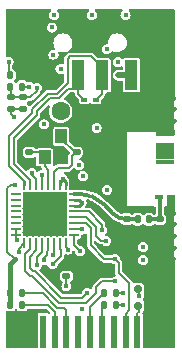
<source format=gbr>
%TF.GenerationSoftware,KiCad,Pcbnew,7.0.9*%
%TF.CreationDate,2024-04-04T21:50:02+13:00*%
%TF.ProjectId,panel,70616e65-6c2e-46b6-9963-61645f706362,rev?*%
%TF.SameCoordinates,Original*%
%TF.FileFunction,Copper,L4,Bot*%
%TF.FilePolarity,Positive*%
%FSLAX46Y46*%
G04 Gerber Fmt 4.6, Leading zero omitted, Abs format (unit mm)*
G04 Created by KiCad (PCBNEW 7.0.9) date 2024-04-04 21:50:02*
%MOMM*%
%LPD*%
G01*
G04 APERTURE LIST*
G04 Aperture macros list*
%AMRoundRect*
0 Rectangle with rounded corners*
0 $1 Rounding radius*
0 $2 $3 $4 $5 $6 $7 $8 $9 X,Y pos of 4 corners*
0 Add a 4 corners polygon primitive as box body*
4,1,4,$2,$3,$4,$5,$6,$7,$8,$9,$2,$3,0*
0 Add four circle primitives for the rounded corners*
1,1,$1+$1,$2,$3*
1,1,$1+$1,$4,$5*
1,1,$1+$1,$6,$7*
1,1,$1+$1,$8,$9*
0 Add four rect primitives between the rounded corners*
20,1,$1+$1,$2,$3,$4,$5,0*
20,1,$1+$1,$4,$5,$6,$7,0*
20,1,$1+$1,$6,$7,$8,$9,0*
20,1,$1+$1,$8,$9,$2,$3,0*%
%AMOutline4P*
0 Free polygon, 4 corners , with rotation*
0 The origin of the aperture is its center*
0 number of corners: always 4*
0 $1 to $8 corner X, Y*
0 $9 Rotation angle, in degrees counterclockwise*
0 create outline with 4 corners*
4,1,4,$1,$2,$3,$4,$5,$6,$7,$8,$1,$2,$9*%
G04 Aperture macros list end*
%TA.AperFunction,SMDPad,CuDef*%
%ADD10RoundRect,0.140000X-0.140000X-0.170000X0.140000X-0.170000X0.140000X0.170000X-0.140000X0.170000X0*%
%TD*%
%TA.AperFunction,SMDPad,CuDef*%
%ADD11Outline4P,-0.175000X-0.325000X0.175000X-0.325000X0.175000X0.325000X-0.175000X0.325000X270.000000*%
%TD*%
%TA.AperFunction,SMDPad,CuDef*%
%ADD12R,1.600000X0.300000*%
%TD*%
%TA.AperFunction,SMDPad,CuDef*%
%ADD13R,1.600000X1.450000*%
%TD*%
%TA.AperFunction,SMDPad,CuDef*%
%ADD14Outline4P,-0.175000X-0.800000X0.175000X-0.800000X0.175000X0.800000X-0.175000X0.800000X270.000000*%
%TD*%
%TA.AperFunction,SMDPad,CuDef*%
%ADD15Outline4P,-0.325000X-0.325000X0.325000X-0.325000X0.325000X0.325000X-0.325000X0.325000X270.000000*%
%TD*%
%TA.AperFunction,SMDPad,CuDef*%
%ADD16RoundRect,0.135000X0.185000X-0.135000X0.185000X0.135000X-0.185000X0.135000X-0.185000X-0.135000X0*%
%TD*%
%TA.AperFunction,SMDPad,CuDef*%
%ADD17R,1.100000X2.500000*%
%TD*%
%TA.AperFunction,ComponentPad*%
%ADD18O,1.900000X3.500000*%
%TD*%
%TA.AperFunction,SMDPad,CuDef*%
%ADD19RoundRect,0.140000X-0.170000X0.140000X-0.170000X-0.140000X0.170000X-0.140000X0.170000X0.140000X0*%
%TD*%
%TA.AperFunction,SMDPad,CuDef*%
%ADD20R,0.500000X0.300000*%
%TD*%
%TA.AperFunction,SMDPad,CuDef*%
%ADD21RoundRect,0.135000X0.135000X0.185000X-0.135000X0.185000X-0.135000X-0.185000X0.135000X-0.185000X0*%
%TD*%
%TA.AperFunction,SMDPad,CuDef*%
%ADD22RoundRect,0.150000X0.200000X-0.150000X0.200000X0.150000X-0.200000X0.150000X-0.200000X-0.150000X0*%
%TD*%
%TA.AperFunction,SMDPad,CuDef*%
%ADD23R,1.000000X1.150000*%
%TD*%
%TA.AperFunction,SMDPad,CuDef*%
%ADD24RoundRect,0.135000X-0.185000X0.135000X-0.185000X-0.135000X0.185000X-0.135000X0.185000X0.135000X0*%
%TD*%
%TA.AperFunction,SMDPad,CuDef*%
%ADD25RoundRect,0.135000X-0.135000X-0.185000X0.135000X-0.185000X0.135000X0.185000X-0.135000X0.185000X0*%
%TD*%
%TA.AperFunction,SMDPad,CuDef*%
%ADD26RoundRect,0.062500X0.337500X0.062500X-0.337500X0.062500X-0.337500X-0.062500X0.337500X-0.062500X0*%
%TD*%
%TA.AperFunction,SMDPad,CuDef*%
%ADD27RoundRect,0.062500X0.062500X0.337500X-0.062500X0.337500X-0.062500X-0.337500X0.062500X-0.337500X0*%
%TD*%
%TA.AperFunction,SMDPad,CuDef*%
%ADD28R,3.700000X3.700000*%
%TD*%
%TA.AperFunction,SMDPad,CuDef*%
%ADD29RoundRect,0.147500X-0.147500X-0.172500X0.147500X-0.172500X0.147500X0.172500X-0.147500X0.172500X0*%
%TD*%
%TA.AperFunction,SMDPad,CuDef*%
%ADD30RoundRect,0.140000X0.170000X-0.140000X0.170000X0.140000X-0.170000X0.140000X-0.170000X-0.140000X0*%
%TD*%
%TA.AperFunction,SMDPad,CuDef*%
%ADD31R,0.500000X2.800000*%
%TD*%
%TA.AperFunction,SMDPad,CuDef*%
%ADD32R,0.600000X2.600000*%
%TD*%
%TA.AperFunction,ComponentPad*%
%ADD33C,1.600000*%
%TD*%
%TA.AperFunction,ViaPad*%
%ADD34C,0.450000*%
%TD*%
%TA.AperFunction,Conductor*%
%ADD35C,0.200000*%
%TD*%
%TA.AperFunction,Conductor*%
%ADD36C,0.400000*%
%TD*%
%TA.AperFunction,Conductor*%
%ADD37C,0.220000*%
%TD*%
%TA.AperFunction,Conductor*%
%ADD38C,0.300000*%
%TD*%
%TA.AperFunction,Conductor*%
%ADD39C,0.500000*%
%TD*%
G04 APERTURE END LIST*
D10*
%TO.P,C1,1*%
%TO.N,Board_0-Net-(U6-V+)*%
X141720000Y-25850000D03*
%TO.P,C1,2*%
%TO.N,Board_0-GND*%
X142680000Y-25850000D03*
%TD*%
D11*
%TO.P,AE1,1,FEED*%
%TO.N,Board_0-Net-(AE1-FEED)*%
X154375000Y-36125000D03*
D12*
%TO.P,AE1,2,PCB_Trace*%
%TO.N,Board_0-GND*%
X154850000Y-30800000D03*
D13*
X154850000Y-32275000D03*
D14*
X154850000Y-33175000D03*
D11*
X155325000Y-36125000D03*
D15*
X155325000Y-36625000D03*
%TD*%
D16*
%TO.P,R9,1*%
%TO.N,Board_0-Net-(U5-~{CS})*%
X146500000Y-42860000D03*
%TO.P,R9,2*%
%TO.N,Board_0-GND*%
X146500000Y-41840000D03*
%TD*%
D17*
%TO.P,J1,1,VBUS*%
%TO.N,Board_0-A_VBUS*%
X152000000Y-25850000D03*
%TO.P,J1,2,D-*%
%TO.N,Board_0-A_D-*%
X149500000Y-25850000D03*
%TO.P,J1,3,D+*%
%TO.N,Board_0-A_D+*%
X147500000Y-25850000D03*
%TO.P,J1,4,GND*%
%TO.N,Board_0-GND*%
X145000000Y-25850000D03*
D18*
%TO.P,J1,5,Shield*%
X142800000Y-23100000D03*
X154200000Y-23100000D03*
%TD*%
D19*
%TO.P,C14,1*%
%TO.N,Board_0-Net-(AE1-FEED)*%
X154400000Y-38020000D03*
%TO.P,C14,2*%
%TO.N,Board_0-GND*%
X154400000Y-38980000D03*
%TD*%
%TO.P,C7,1*%
%TO.N,Board_0-GND*%
X143350000Y-31420000D03*
%TO.P,C7,2*%
%TO.N,Board_0-Net-(U4-XTAL_N)*%
X143350000Y-32380000D03*
%TD*%
%TO.P,C12,1*%
%TO.N,Board_0-Net-(U4-LNA_IN)*%
X151600000Y-38020000D03*
%TO.P,C12,2*%
%TO.N,Board_0-GND*%
X151600000Y-38980000D03*
%TD*%
D20*
%TO.P,D7,1,A1*%
%TO.N,Board_0-GND*%
X149000000Y-28600000D03*
%TO.P,D7,2,A2*%
%TO.N,Board_0-A_D-*%
X149000000Y-27900000D03*
%TD*%
D21*
%TO.P,R23,1*%
%TO.N,Board_0-Net-(R23-Pad1)*%
X150710000Y-44300000D03*
%TO.P,R23,2*%
%TO.N,Board_0-CK+*%
X149690000Y-44300000D03*
%TD*%
%TO.P,R22,1*%
%TO.N,Board_0-Net-(U6-V+)*%
X150710000Y-45300000D03*
%TO.P,R22,2*%
%TO.N,Board_0-CK-*%
X149690000Y-45300000D03*
%TD*%
D22*
%TO.P,D8,1,K*%
%TO.N,Board_0-VBUS*%
X152550000Y-43950000D03*
%TO.P,D8,2,A*%
%TO.N,Board_0-Net-(D8-A)*%
X152550000Y-45350000D03*
%TD*%
D20*
%TO.P,D6,1,A1*%
%TO.N,Board_0-GND*%
X148000000Y-28600000D03*
%TO.P,D6,2,A2*%
%TO.N,Board_0-A_D+*%
X148000000Y-27900000D03*
%TD*%
D23*
%TO.P,Y1,1,1*%
%TO.N,Board_0-Net-(U4-XTAL_N)*%
X144650000Y-32775000D03*
%TO.P,Y1,2,2*%
%TO.N,Board_0-GND*%
X144650000Y-31025000D03*
%TO.P,Y1,3,3*%
%TO.N,Board_0-Net-(U4-XTAL_P)*%
X146050000Y-31025000D03*
%TO.P,Y1,4,4*%
%TO.N,Board_0-GND*%
X146050000Y-32775000D03*
%TD*%
D24*
%TO.P,R29,1*%
%TO.N,Board_0-Net-(U6--)*%
X141800000Y-27690000D03*
%TO.P,R29,2*%
%TO.N,Board_0-Net-(U1-VOUT)*%
X141800000Y-28710000D03*
%TD*%
D25*
%TO.P,R20,1*%
%TO.N,Board_0-VBUS*%
X141690000Y-45300000D03*
%TO.P,R20,2*%
%TO.N,Board_0-D1+*%
X142710000Y-45300000D03*
%TD*%
%TO.P,R21,1*%
%TO.N,Board_0-VBUS*%
X141690000Y-44300000D03*
%TO.P,R21,2*%
%TO.N,Board_0-D1-*%
X142710000Y-44300000D03*
%TD*%
D19*
%TO.P,C21,1*%
%TO.N,Board_0-Net-(U6--)*%
X142800000Y-27720000D03*
%TO.P,C21,2*%
%TO.N,Board_0-Net-(U1-VOUT)*%
X142800000Y-28680000D03*
%TD*%
D26*
%TO.P,U4,1,LNA_IN*%
%TO.N,Board_0-Net-(U4-LNA_IN)*%
X147125000Y-35875000D03*
%TO.P,U4,2,VDD3P3*%
%TO.N,Board_0-Net-(U4-VDD3P3)*%
X147125000Y-36375000D03*
%TO.P,U4,3,VDD3P3__1*%
X147125000Y-36875000D03*
%TO.P,U4,4,XTAL_32K_P*%
%TO.N,Board_0-Cap_V+*%
X147125000Y-37375000D03*
%TO.P,U4,5,XTAL_32K_N*%
%TO.N,Board_0-User_SW1*%
X147125000Y-37875000D03*
%TO.P,U4,6,GPIO2*%
%TO.N,Board_0-GPIO2*%
X147125000Y-38375000D03*
%TO.P,U4,7,CHIP_EN*%
%TO.N,Board_0-+3V3*%
X147125000Y-38875000D03*
%TO.P,U4,8,GPIO3*%
%TO.N,Board_0-User_LED3*%
X147125000Y-39375000D03*
D27*
%TO.P,U4,9,MTMS*%
%TO.N,Board_0-ACC_INT2*%
X146425000Y-40075000D03*
%TO.P,U4,10,MTDI*%
%TO.N,Board_0-ACC_INT1*%
X145925000Y-40075000D03*
%TO.P,U4,11,VDD3P3_RTC*%
%TO.N,Board_0-+3V3*%
X145425000Y-40075000D03*
%TO.P,U4,12,MTCK*%
%TO.N,Board_0-ACC_SCK*%
X144925000Y-40075000D03*
%TO.P,U4,13,MTDO*%
%TO.N,Board_0-ACC_MISO*%
X144425000Y-40075000D03*
%TO.P,U4,14,GPIO8*%
%TO.N,Board_0-GPIO8*%
X143925000Y-40075000D03*
%TO.P,U4,15,GPIO9*%
%TO.N,Board_0-GPIO9*%
X143425000Y-40075000D03*
%TO.P,U4,16,GPIO10*%
%TO.N,Board_0-ACC_MOSI*%
X142925000Y-40075000D03*
D26*
%TO.P,U4,17,VDD3P3_CPU*%
%TO.N,Board_0-+3V3*%
X142225000Y-39375000D03*
%TO.P,U4,18,VDD_SPI*%
X142225000Y-38875000D03*
%TO.P,U4,19,SPIHD*%
%TO.N,Board_0-unconnected-(U4-SPIHD-Pad19)*%
X142225000Y-38375000D03*
%TO.P,U4,20,SPIWP*%
%TO.N,Board_0-unconnected-(U4-SPIWP-Pad20)*%
X142225000Y-37875000D03*
%TO.P,U4,21,SPICS0*%
%TO.N,Board_0-unconnected-(U4-SPICS0-Pad21)*%
X142225000Y-37375000D03*
%TO.P,U4,22,SPICLK*%
%TO.N,Board_0-unconnected-(U4-SPICLK-Pad22)*%
X142225000Y-36875000D03*
%TO.P,U4,23,SPID*%
%TO.N,Board_0-unconnected-(U4-SPID-Pad23)*%
X142225000Y-36375000D03*
%TO.P,U4,24,SPIQ*%
%TO.N,Board_0-unconnected-(U4-SPIQ-Pad24)*%
X142225000Y-35875000D03*
D27*
%TO.P,U4,25,GPIO18*%
%TO.N,Board_0-A_D-*%
X142925000Y-35175000D03*
%TO.P,U4,26,GPIO19*%
%TO.N,Board_0-A_D+*%
X143425000Y-35175000D03*
%TO.P,U4,27,U0RXD*%
%TO.N,Board_0-RXD*%
X143925000Y-35175000D03*
%TO.P,U4,28,U0TXD*%
%TO.N,Board_0-TXD*%
X144425000Y-35175000D03*
%TO.P,U4,29,XTAL_N*%
%TO.N,Board_0-Net-(U4-XTAL_N)*%
X144925000Y-35175000D03*
%TO.P,U4,30,XTAL_P*%
%TO.N,Board_0-Net-(U4-XTAL_P)*%
X145425000Y-35175000D03*
%TO.P,U4,31,VDDA*%
%TO.N,Board_0-+3V3*%
X145925000Y-35175000D03*
%TO.P,U4,32,VDDA__1*%
X146425000Y-35175000D03*
D28*
%TO.P,U4,33,GND*%
%TO.N,Board_0-GND*%
X144675000Y-37625000D03*
%TD*%
D29*
%TO.P,L3,1*%
%TO.N,Board_0-Net-(U4-LNA_IN)*%
X152515000Y-38050000D03*
%TO.P,L3,2*%
%TO.N,Board_0-Net-(AE1-FEED)*%
X153485000Y-38050000D03*
%TD*%
D30*
%TO.P,C8,1*%
%TO.N,Board_0-Net-(U4-XTAL_P)*%
X147350000Y-32380000D03*
%TO.P,C8,2*%
%TO.N,Board_0-GND*%
X147350000Y-31420000D03*
%TD*%
D21*
%TO.P,R27,1*%
%TO.N,Board_0-D0-*%
X142710000Y-26800000D03*
%TO.P,R27,2*%
%TO.N,Board_0-Net-(U6--)*%
X141690000Y-26800000D03*
%TD*%
D31*
%TO.P,J2,2,D2S*%
%TO.N,Board_0-unconnected-(J2-D2S-Pad2)*%
X144500000Y-47550000D03*
%TO.P,J2,4,D1+*%
%TO.N,Board_0-D1+*%
X145500000Y-47550000D03*
%TO.P,J2,6,D1-*%
%TO.N,Board_0-D1-*%
X146500000Y-47550000D03*
%TO.P,J2,8,D0S*%
%TO.N,Board_0-unconnected-(J2-D0S-Pad8)*%
X147500000Y-47550000D03*
%TO.P,J2,10,CK+*%
%TO.N,Board_0-CK+*%
X148500000Y-47550000D03*
%TO.P,J2,12,CK-*%
%TO.N,Board_0-CK-*%
X149500000Y-47550000D03*
%TO.P,J2,14,UTILITY/HEAC+*%
%TO.N,Board_0-unconnected-(J2-UTILITY{slash}HEAC+-Pad14)*%
X150500000Y-47550000D03*
%TO.P,J2,16,SDA*%
%TO.N,Board_0-GPIO2*%
X151500000Y-47550000D03*
%TO.P,J2,18,+5V*%
%TO.N,Board_0-Net-(D8-A)*%
X152500000Y-47550000D03*
D32*
%TO.P,J2,SH,SH*%
%TO.N,Board_0-GND*%
X141725000Y-47650000D03*
X155275000Y-47650000D03*
%TD*%
D33*
%TO.P,C3,1*%
%TO.N,Board_0-Cap_V+*%
X146000000Y-28900000D03*
%TO.P,C3,2*%
%TO.N,Board_0-GND*%
X151000000Y-28900000D03*
%TD*%
D34*
%TO.N,Board_0-VBUS*%
X152650000Y-44500000D03*
X142100000Y-41400000D03*
X145300000Y-21800000D03*
X142150000Y-35100000D03*
%TO.N,Board_0-User_SW1*%
X149850000Y-39850000D03*
X150875000Y-24725000D03*
%TO.N,Board_0-User_LED3*%
X147650000Y-40750000D03*
X145450000Y-20750000D03*
%TO.N,Board_0-TXD*%
X153000000Y-40400000D03*
X147900000Y-34400000D03*
X151500000Y-20750000D03*
X144400000Y-34300000D03*
%TO.N,Board_0-RXD*%
X153000000Y-41500000D03*
X147550000Y-33450000D03*
X143550000Y-34100000D03*
X148650000Y-20750000D03*
%TO.N,Board_0-Net-(U6-V+)*%
X141600000Y-24700000D03*
X151250000Y-45300000D03*
%TO.N,Board_0-Net-(U6--)*%
X144000000Y-26900000D03*
%TO.N,Board_0-Net-(U5-~{CS})*%
X146490000Y-43720000D03*
%TO.N,Board_0-Net-(U4-VDD3P3)*%
X147775000Y-36625000D03*
%TO.N,Board_0-Net-(U1-VOUT)*%
X142080000Y-29400000D03*
%TO.N,Board_0-Net-(U1-RUN)*%
X145400000Y-24100000D03*
X144600000Y-30000000D03*
%TO.N,Board_0-Net-(R23-Pad1)*%
X146000000Y-25300000D03*
X151250000Y-44300000D03*
%TO.N,Board_0-GPIO9*%
X150650000Y-43300000D03*
%TO.N,Board_0-GPIO8*%
X148250000Y-44250000D03*
%TO.N,Board_0-GPIO2*%
X150600000Y-41400000D03*
%TO.N,Board_0-GND*%
X150874264Y-38800000D03*
X142600000Y-47000000D03*
X151400000Y-32400000D03*
X152500000Y-37200000D03*
X143675000Y-37625000D03*
X154200000Y-29600000D03*
X151400000Y-34000000D03*
X155100000Y-40500000D03*
X149600000Y-37600000D03*
X143675000Y-36625000D03*
X152300000Y-23450000D03*
X151400000Y-30700000D03*
X155400000Y-30400000D03*
X153500000Y-37200000D03*
X145675000Y-37625000D03*
X148575000Y-34825000D03*
X154000000Y-46700000D03*
X144675000Y-38625000D03*
X148100000Y-32900000D03*
X142800000Y-31800000D03*
X144675000Y-36625000D03*
X154500000Y-26000000D03*
X153950000Y-48300000D03*
X155100000Y-29000000D03*
X143675000Y-38625000D03*
X146700000Y-27800000D03*
X155100000Y-43500000D03*
X145675000Y-36625000D03*
X153600000Y-43000000D03*
X142600000Y-48000000D03*
X151400000Y-33200000D03*
X151550000Y-37200000D03*
X155100000Y-26500000D03*
X151400000Y-31550000D03*
X151400000Y-34700000D03*
X155200000Y-37200000D03*
X154100000Y-28700000D03*
X145675000Y-38625000D03*
X151400000Y-35350000D03*
X144675000Y-37625000D03*
X150500000Y-21900000D03*
X153250000Y-39000000D03*
X147150000Y-42100000D03*
X153100000Y-28500000D03*
X152300000Y-30400000D03*
X154200000Y-43450000D03*
X153800000Y-30400000D03*
X155000000Y-39000000D03*
X153600000Y-40000000D03*
X154100000Y-42000000D03*
%TO.N,Board_0-D0-*%
X143300000Y-26800000D03*
X147850000Y-45650000D03*
%TO.N,Board_0-Cap_V+*%
X149500000Y-38950000D03*
X149050000Y-30300000D03*
%TO.N,Board_0-A_VBUS*%
X150900000Y-25850000D03*
%TO.N,Board_0-ACC_SCK*%
X144600000Y-41500000D03*
%TO.N,Board_0-ACC_MOSI*%
X142450000Y-40850000D03*
%TO.N,Board_0-ACC_MISO*%
X144000000Y-41900000D03*
%TO.N,Board_0-ACC_INT2*%
X146600000Y-40600000D03*
%TO.N,Board_0-ACC_INT1*%
X145325000Y-41850000D03*
%TO.N,Board_0-+3V3*%
X149950000Y-35550000D03*
X145350000Y-41050000D03*
X142325000Y-39825000D03*
X146175000Y-34600000D03*
X149900000Y-23650000D03*
X147850000Y-38900000D03*
%TD*%
D35*
%TO.N,Board_0-VBUS*%
X141800000Y-35100000D02*
X141500000Y-35400000D01*
D36*
X141690000Y-45300000D02*
X141690000Y-41810000D01*
D35*
X141690000Y-45300000D02*
X141690000Y-44300000D01*
D36*
X141690000Y-41810000D02*
X142100000Y-41400000D01*
D35*
X152650000Y-44500000D02*
X152650000Y-43900000D01*
X141500000Y-40800000D02*
X142100000Y-41400000D01*
X142150000Y-35100000D02*
X141800000Y-35100000D01*
X141690000Y-44300000D02*
X141690000Y-41810000D01*
X141500000Y-35400000D02*
X141500000Y-40800000D01*
%TO.N,Board_0-User_SW1*%
X148907843Y-38592157D02*
X148975000Y-38659314D01*
X148975000Y-39300000D02*
X148975000Y-39425000D01*
X149400000Y-39850000D02*
X149850000Y-39850000D01*
X148190686Y-37875000D02*
X148907843Y-38592157D01*
X147125000Y-37875000D02*
X148190686Y-37875000D01*
X148975000Y-39425000D02*
X149400000Y-39850000D01*
X148975000Y-38659314D02*
X148975000Y-39300000D01*
%TO.N,Board_0-User_LED3*%
X147125000Y-40225000D02*
X147125000Y-39375000D01*
X147650000Y-40750000D02*
X147125000Y-40225000D01*
%TO.N,Board_0-TXD*%
X144425000Y-34325000D02*
X144425000Y-35175000D01*
X144400000Y-34300000D02*
X144425000Y-34325000D01*
%TO.N,Board_0-RXD*%
X143550000Y-34250000D02*
X143925000Y-34625000D01*
X143925000Y-34625000D02*
X143925000Y-35175000D01*
X143550000Y-34100000D02*
X143550000Y-34250000D01*
%TO.N,Board_0-Net-(U6-V+)*%
X141600000Y-25630000D02*
X141820000Y-25850000D01*
X150710000Y-45300000D02*
X151250000Y-45300000D01*
X141600000Y-24700000D02*
X141600000Y-25630000D01*
%TO.N,Board_0-Net-(U6--)*%
X144000000Y-27150000D02*
X143430000Y-27720000D01*
X142800000Y-27720000D02*
X141830000Y-27720000D01*
X141830000Y-27720000D02*
X141800000Y-27690000D01*
X143430000Y-27720000D02*
X142800000Y-27720000D01*
X141790000Y-27680000D02*
X141800000Y-27690000D01*
X141790000Y-26800000D02*
X141790000Y-27680000D01*
X144000000Y-26900000D02*
X144000000Y-27150000D01*
%TO.N,Board_0-Net-(U5-~{CS})*%
X146490000Y-43720000D02*
X146500000Y-43710000D01*
X146500000Y-43710000D02*
X146500000Y-42860000D01*
%TO.N,Board_0-Net-(U4-XTAL_P)*%
X147230000Y-32380000D02*
X147350000Y-32380000D01*
X145425000Y-34025000D02*
X145425000Y-35175000D01*
X146050000Y-31200000D02*
X147230000Y-32380000D01*
X146950000Y-32700000D02*
X146950000Y-33450000D01*
X145750000Y-33700000D02*
X145425000Y-34025000D01*
X146700000Y-33700000D02*
X145750000Y-33700000D01*
X146050000Y-31025000D02*
X146050000Y-31200000D01*
X146950000Y-33450000D02*
X146700000Y-33700000D01*
X147270000Y-32380000D02*
X146950000Y-32700000D01*
X147350000Y-32380000D02*
X147270000Y-32380000D01*
%TO.N,Board_0-Net-(U4-XTAL_N)*%
X144475000Y-32775000D02*
X144600000Y-32900000D01*
X143350000Y-32380000D02*
X144255000Y-32380000D01*
X144650000Y-32775000D02*
X144650000Y-33050000D01*
X144800000Y-33200000D02*
X144650000Y-33350000D01*
X144475000Y-32600000D02*
X144475000Y-32775000D01*
X144255000Y-32380000D02*
X144650000Y-32775000D01*
X144650000Y-33050000D02*
X144800000Y-33200000D01*
X144925000Y-33825000D02*
X144925000Y-35175000D01*
X144650000Y-33550000D02*
X144925000Y-33825000D01*
X144650000Y-33350000D02*
X144650000Y-33550000D01*
D37*
%TO.N,Board_0-Net-(U4-VDD3P3)*%
X147125000Y-36375000D02*
X147525000Y-36375000D01*
X147525000Y-36875000D02*
X147775000Y-36625000D01*
X147525000Y-36375000D02*
X147775000Y-36625000D01*
X147125000Y-36875000D02*
X147525000Y-36875000D01*
D38*
%TO.N,Board_0-Net-(U4-LNA_IN)*%
X149653699Y-36753659D02*
G75*
G03*
X147532359Y-35875000I-2121299J-2121341D01*
G01*
X150480650Y-37580670D02*
G75*
G03*
X151541320Y-38020000I1060650J1060670D01*
G01*
X147532359Y-35875000D02*
X147125000Y-35875000D01*
X151600000Y-38020000D02*
X151541320Y-38020000D01*
X151600000Y-38020000D02*
X152485000Y-38020000D01*
X152485000Y-38020000D02*
X152515000Y-38050000D01*
X150480660Y-37580660D02*
X149653679Y-36753679D01*
D35*
%TO.N,Board_0-Net-(U1-VOUT)*%
X141800000Y-28710000D02*
X141800000Y-29120000D01*
X142800000Y-28680000D02*
X141830000Y-28680000D01*
X141830000Y-28680000D02*
X141800000Y-28710000D01*
X141800000Y-29120000D02*
X142080000Y-29400000D01*
%TO.N,Board_0-Net-(R23-Pad1)*%
X150710000Y-44300000D02*
X151250000Y-44300000D01*
%TO.N,Board_0-Net-(D8-A)*%
X152500000Y-46000000D02*
X152500000Y-47550000D01*
X152650000Y-45850000D02*
X152500000Y-46000000D01*
X152650000Y-45300000D02*
X152650000Y-45850000D01*
D38*
%TO.N,Board_0-Net-(AE1-FEED)*%
X153485000Y-38050000D02*
X154370000Y-38050000D01*
X154370000Y-38050000D02*
X154400000Y-38020000D01*
X154400000Y-38020000D02*
X154400000Y-36150000D01*
X154400000Y-36150000D02*
X154375000Y-36125000D01*
D35*
%TO.N,Board_0-GPIO9*%
X143620000Y-42850000D02*
X143450000Y-42850000D01*
X143000000Y-41000000D02*
X143425000Y-40575000D01*
X143000000Y-42400000D02*
X143000000Y-41000000D01*
X149000000Y-43800000D02*
X149000000Y-44300000D01*
X149000000Y-44300000D02*
X148180000Y-45120000D01*
X143450000Y-42850000D02*
X143000000Y-42400000D01*
X148180000Y-45120000D02*
X145890000Y-45120000D01*
X145890000Y-45120000D02*
X143620000Y-42850000D01*
X150650000Y-43300000D02*
X149500000Y-43300000D01*
X143425000Y-40575000D02*
X143425000Y-40075000D01*
X149500000Y-43300000D02*
X149000000Y-43800000D01*
%TO.N,Board_0-GPIO8*%
X143400000Y-42200000D02*
X143400000Y-41200000D01*
X148250000Y-44250000D02*
X147800000Y-44700000D01*
X146060000Y-44700000D02*
X143810000Y-42450000D01*
X147800000Y-44700000D02*
X146060000Y-44700000D01*
X143400000Y-41200000D02*
X143925000Y-40675000D01*
X143925000Y-40675000D02*
X143925000Y-40075000D01*
X143810000Y-42450000D02*
X143650000Y-42450000D01*
X143650000Y-42450000D02*
X143400000Y-42200000D01*
%TO.N,Board_0-GPIO2*%
X151800000Y-45750000D02*
X151800000Y-43450000D01*
X148550000Y-40250000D02*
X148550000Y-38800000D01*
X148125000Y-38375000D02*
X147125000Y-38375000D01*
X151500000Y-46050000D02*
X151800000Y-45750000D01*
X150600000Y-41400000D02*
X149700000Y-41400000D01*
X151500000Y-47550000D02*
X151500000Y-46050000D01*
X149700000Y-41400000D02*
X148550000Y-40250000D01*
X150910000Y-41710000D02*
X150600000Y-41400000D01*
X150910000Y-42560000D02*
X150910000Y-41710000D01*
X151800000Y-43450000D02*
X150910000Y-42560000D01*
X148550000Y-38800000D02*
X148125000Y-38375000D01*
%TO.N,Board_0-GND*%
X155325000Y-36625000D02*
X155500000Y-36800000D01*
D36*
X150874264Y-38800000D02*
X151054264Y-38980000D01*
D35*
X150830000Y-39200000D02*
X151050000Y-38980000D01*
X150200000Y-39200000D02*
X150830000Y-39200000D01*
D37*
X155400000Y-30400000D02*
X155540000Y-30540000D01*
D35*
X155000000Y-39000000D02*
X154980000Y-38980000D01*
D36*
X151054264Y-38980000D02*
X151600000Y-38980000D01*
D35*
X143350000Y-31420000D02*
X143350000Y-31150000D01*
X143350000Y-31150000D02*
X143100000Y-30900000D01*
X155200000Y-37200000D02*
X155550000Y-37200000D01*
X151050000Y-38980000D02*
X153230000Y-38980000D01*
X155500000Y-36800000D02*
X155550000Y-36800000D01*
X155550000Y-37200000D02*
X155550000Y-36850000D01*
X154980000Y-38980000D02*
X153900000Y-38980000D01*
X153230000Y-38980000D02*
X153250000Y-39000000D01*
D37*
X155540000Y-30540000D02*
X155540000Y-30800000D01*
X155540000Y-30800000D02*
X154850000Y-30800000D01*
D35*
X155550000Y-36850000D02*
X155325000Y-36625000D01*
%TO.N,Board_0-D1-*%
X146500000Y-47550000D02*
X146500000Y-45720000D01*
X144500000Y-44300000D02*
X142710000Y-44300000D01*
X146500000Y-45720000D02*
X146300000Y-45520000D01*
X145720000Y-45520000D02*
X144500000Y-44300000D01*
X146300000Y-45520000D02*
X145720000Y-45520000D01*
%TO.N,Board_0-D1+*%
X144900000Y-45300000D02*
X142710000Y-45300000D01*
X145500000Y-45900000D02*
X144900000Y-45300000D01*
X145500000Y-47550000D02*
X145500000Y-45900000D01*
%TO.N,Board_0-D0-*%
X142810000Y-26790000D02*
X142810000Y-26800000D01*
X143300000Y-26800000D02*
X142810000Y-26800000D01*
%TO.N,Board_0-Cap_V+*%
X147125000Y-37375000D02*
X148375000Y-37375000D01*
X149450000Y-38450000D02*
X149500000Y-38500000D01*
X148375000Y-37375000D02*
X149450000Y-38450000D01*
X149500000Y-38500000D02*
X149500000Y-38950000D01*
%TO.N,Board_0-CK-*%
X149500000Y-47550000D02*
X149500000Y-45490000D01*
X149500000Y-45490000D02*
X149690000Y-45300000D01*
%TO.N,Board_0-CK+*%
X148500000Y-47550000D02*
X148500000Y-45490000D01*
X148500000Y-45490000D02*
X149690000Y-44300000D01*
D39*
%TO.N,Board_0-A_VBUS*%
X150900000Y-25850000D02*
X152000000Y-25850000D01*
D35*
%TO.N,Board_0-A_D-*%
X142925000Y-35175000D02*
X142950000Y-35150000D01*
X146800000Y-24250000D02*
X148600000Y-24250000D01*
X148600000Y-24250000D02*
X149500000Y-25150000D01*
X142950000Y-34850000D02*
X141650000Y-33550000D01*
X144900000Y-27400000D02*
X145700000Y-27400000D01*
X146600000Y-26500000D02*
X146600000Y-24450000D01*
X141650000Y-30950000D02*
X143600000Y-29000000D01*
X149500000Y-27400000D02*
X149500000Y-25850000D01*
X143600000Y-29000000D02*
X143600000Y-28700000D01*
X143600000Y-28700000D02*
X144900000Y-27400000D01*
X149500000Y-25150000D02*
X149500000Y-25850000D01*
X141650000Y-33550000D02*
X141650000Y-30950000D01*
X145700000Y-27400000D02*
X146600000Y-26500000D01*
X146600000Y-24450000D02*
X146800000Y-24250000D01*
X149000000Y-27900000D02*
X149500000Y-27400000D01*
X142950000Y-35150000D02*
X142950000Y-34850000D01*
%TO.N,Board_0-A_D+*%
X143400001Y-35150001D02*
X143400001Y-34700001D01*
X144000000Y-29200000D02*
X144000000Y-28900000D01*
X143425000Y-35175000D02*
X143400001Y-35150001D01*
X144000000Y-28900000D02*
X145100000Y-27800000D01*
X142050000Y-31150000D02*
X144000000Y-29200000D01*
X147500000Y-27400000D02*
X148000000Y-27900000D01*
X145100000Y-27800000D02*
X145865686Y-27800000D01*
X145865686Y-27800000D02*
X146665686Y-27000000D01*
X147500000Y-25850000D02*
X147500000Y-27400000D01*
X143400001Y-34700001D02*
X142050000Y-33350000D01*
X146665686Y-27000000D02*
X147100000Y-27000000D01*
X142050000Y-33350000D02*
X142050000Y-31150000D01*
%TO.N,Board_0-ACC_SCK*%
X144925000Y-40675000D02*
X144925000Y-40075000D01*
X144825000Y-41075000D02*
X144825000Y-40775000D01*
X144600000Y-41300000D02*
X144825000Y-41075000D01*
X144600000Y-41500000D02*
X144600000Y-41300000D01*
X144825000Y-40775000D02*
X144925000Y-40675000D01*
%TO.N,Board_0-ACC_MOSI*%
X142450000Y-40850000D02*
X142450000Y-40550000D01*
X142450000Y-40550000D02*
X142925000Y-40075000D01*
%TO.N,Board_0-ACC_MISO*%
X144425000Y-40775000D02*
X144425000Y-40075000D01*
X144000000Y-41200000D02*
X144425000Y-40775000D01*
X144000000Y-41900000D02*
X144000000Y-41200000D01*
%TO.N,Board_0-ACC_INT2*%
X146425000Y-40425000D02*
X146425000Y-40075000D01*
X146600000Y-40600000D02*
X146425000Y-40425000D01*
%TO.N,Board_0-ACC_INT1*%
X146000000Y-40650000D02*
X145925000Y-40575000D01*
X145925000Y-40575000D02*
X145925000Y-40075000D01*
X146000000Y-41175000D02*
X146000000Y-40650000D01*
X145325000Y-41850000D02*
X146000000Y-41175000D01*
%TO.N,Board_0-+3V3*%
X142225000Y-39725000D02*
X142225000Y-38875000D01*
D37*
X145925000Y-34850000D02*
X145925000Y-35175000D01*
D35*
X147575000Y-38875000D02*
X147825000Y-38875000D01*
X145425000Y-40975000D02*
X145425000Y-40075000D01*
X145350000Y-41050000D02*
X145425000Y-40975000D01*
X142225000Y-39725000D02*
X142225000Y-39375000D01*
D37*
X146425000Y-34850000D02*
X146425000Y-35175000D01*
D35*
X147575000Y-38875000D02*
X147125000Y-38875000D01*
X142325000Y-39825000D02*
X142225000Y-39725000D01*
D37*
X146175000Y-34600000D02*
X145925000Y-34850000D01*
D35*
X147825000Y-38875000D02*
X147850000Y-38900000D01*
D37*
X146175000Y-34600000D02*
X146425000Y-34850000D01*
%TD*%
%TA.AperFunction,Conductor*%
%TO.N,Board_0-GND*%
G36*
X144792712Y-45619407D02*
G01*
X144804525Y-45629496D01*
X145078049Y-45903020D01*
X145105826Y-45957537D01*
X145096255Y-46017969D01*
X145090364Y-46028020D01*
X145082319Y-46040062D01*
X145034272Y-46077945D01*
X144973134Y-46080351D01*
X144922258Y-46046362D01*
X144917685Y-46040068D01*
X144894554Y-46005451D01*
X144894552Y-46005448D01*
X144884196Y-45998528D01*
X144828233Y-45961134D01*
X144828231Y-45961133D01*
X144828228Y-45961132D01*
X144828227Y-45961132D01*
X144769758Y-45949501D01*
X144769748Y-45949500D01*
X144230252Y-45949500D01*
X144230251Y-45949500D01*
X144230241Y-45949501D01*
X144171772Y-45961132D01*
X144171766Y-45961134D01*
X144105451Y-46005445D01*
X144105445Y-46005451D01*
X144061134Y-46071766D01*
X144061132Y-46071772D01*
X144049501Y-46130241D01*
X144049500Y-46130253D01*
X144049500Y-48850500D01*
X144030593Y-48908691D01*
X143981093Y-48944655D01*
X143950500Y-48949500D01*
X141449500Y-48949500D01*
X141391309Y-48930593D01*
X141355345Y-48881093D01*
X141350500Y-48850500D01*
X141350500Y-45911640D01*
X141369407Y-45853449D01*
X141418907Y-45817485D01*
X141462424Y-45813487D01*
X141466823Y-45814066D01*
X141466827Y-45814068D01*
X141515684Y-45820500D01*
X141515686Y-45820500D01*
X141864314Y-45820500D01*
X141864316Y-45820500D01*
X141913173Y-45814068D01*
X142020404Y-45764065D01*
X142104065Y-45680404D01*
X142110275Y-45667085D01*
X142152003Y-45622337D01*
X142212064Y-45610662D01*
X142267517Y-45636519D01*
X142289724Y-45667084D01*
X142295935Y-45680404D01*
X142379596Y-45764065D01*
X142379597Y-45764065D01*
X142379598Y-45764066D01*
X142486824Y-45814067D01*
X142486825Y-45814067D01*
X142486827Y-45814068D01*
X142535684Y-45820500D01*
X142535685Y-45820500D01*
X142884314Y-45820500D01*
X142884316Y-45820500D01*
X142933173Y-45814068D01*
X143040404Y-45764065D01*
X143124065Y-45680404D01*
X143134671Y-45657660D01*
X143176399Y-45612912D01*
X143224395Y-45600500D01*
X144734521Y-45600500D01*
X144792712Y-45619407D01*
G37*
%TD.AperFunction*%
%TA.AperFunction,Conductor*%
G36*
X148295267Y-36341855D02*
G01*
X148365539Y-36362099D01*
X148404768Y-36373400D01*
X148410007Y-36375232D01*
X148679383Y-36486808D01*
X148684384Y-36489217D01*
X148939563Y-36630246D01*
X148944257Y-36633195D01*
X149182056Y-36801917D01*
X149186385Y-36805370D01*
X149404432Y-37000225D01*
X149406451Y-37002133D01*
X150193566Y-37789247D01*
X150193567Y-37789249D01*
X150203816Y-37799498D01*
X150203837Y-37799540D01*
X150318578Y-37914279D01*
X150367345Y-37951698D01*
X150511027Y-38061947D01*
X150511034Y-38061951D01*
X150511033Y-38061951D01*
X150592545Y-38109010D01*
X150721107Y-38183234D01*
X150945220Y-38276061D01*
X151087620Y-38314214D01*
X151138934Y-38347537D01*
X151143095Y-38353059D01*
X151146773Y-38358312D01*
X151146775Y-38358314D01*
X151146776Y-38358316D01*
X151231684Y-38443224D01*
X151340513Y-38493972D01*
X151390099Y-38500500D01*
X151809900Y-38500499D01*
X151859487Y-38493972D01*
X151859488Y-38493972D01*
X151925046Y-38463401D01*
X151968316Y-38443224D01*
X151968319Y-38443220D01*
X151975411Y-38438256D01*
X151977281Y-38440927D01*
X151986583Y-38431484D01*
X152046940Y-38421454D01*
X152101666Y-38448817D01*
X152102093Y-38449240D01*
X152162489Y-38509636D01*
X152266830Y-38560645D01*
X152334472Y-38570500D01*
X152334475Y-38570500D01*
X152695524Y-38570500D01*
X152695528Y-38570500D01*
X152763170Y-38560645D01*
X152867511Y-38509636D01*
X152929998Y-38447148D01*
X152984513Y-38419373D01*
X153044945Y-38428944D01*
X153070000Y-38447147D01*
X153132489Y-38509636D01*
X153236830Y-38560645D01*
X153304472Y-38570500D01*
X153304475Y-38570500D01*
X153665524Y-38570500D01*
X153665528Y-38570500D01*
X153733170Y-38560645D01*
X153837511Y-38509636D01*
X153897801Y-38449345D01*
X153952315Y-38421569D01*
X154012747Y-38431140D01*
X154023898Y-38439241D01*
X154024589Y-38438256D01*
X154031682Y-38443222D01*
X154031684Y-38443224D01*
X154140513Y-38493972D01*
X154190099Y-38500500D01*
X154609900Y-38500499D01*
X154659487Y-38493972D01*
X154659488Y-38493972D01*
X154725046Y-38463401D01*
X154768316Y-38443224D01*
X154853224Y-38358316D01*
X154903972Y-38249487D01*
X154910500Y-38199901D01*
X154910499Y-37840100D01*
X154903972Y-37790513D01*
X154903972Y-37790511D01*
X154853225Y-37681686D01*
X154853224Y-37681685D01*
X154853224Y-37681684D01*
X154779494Y-37607954D01*
X154751719Y-37553440D01*
X154750500Y-37537953D01*
X154750500Y-37049000D01*
X154769407Y-36990809D01*
X154818907Y-36954845D01*
X154849500Y-36950000D01*
X155552415Y-36950000D01*
X155610606Y-36968907D01*
X155646570Y-37018407D01*
X155650561Y-37041749D01*
X155650790Y-37041721D01*
X155651980Y-37051371D01*
X155651401Y-37051442D01*
X155652476Y-37066006D01*
X155653058Y-37065992D01*
X155653178Y-37070859D01*
X155655297Y-37088043D01*
X155655534Y-37090455D01*
X155656808Y-37107719D01*
X155657639Y-37112507D01*
X155657063Y-37112606D01*
X155658853Y-37127103D01*
X155659435Y-37127061D01*
X155659793Y-37131908D01*
X155659793Y-37131911D01*
X155660599Y-37136558D01*
X155662752Y-37148969D01*
X155663108Y-37151369D01*
X155665226Y-37168546D01*
X155666292Y-37173290D01*
X155665724Y-37173417D01*
X155668224Y-37187818D01*
X155668799Y-37187748D01*
X155669393Y-37192566D01*
X155673190Y-37209474D01*
X155673664Y-37211856D01*
X155676619Y-37228894D01*
X155677916Y-37233577D01*
X155677354Y-37233732D01*
X155680554Y-37247982D01*
X155681129Y-37247883D01*
X155681961Y-37252680D01*
X155686577Y-37269361D01*
X155687166Y-37271713D01*
X155690960Y-37288602D01*
X155692487Y-37293224D01*
X155691933Y-37293406D01*
X155695831Y-37307487D01*
X155696398Y-37307360D01*
X155697464Y-37312107D01*
X155702893Y-37328542D01*
X155703598Y-37330865D01*
X155708213Y-37347542D01*
X155709961Y-37352074D01*
X155709415Y-37352284D01*
X155714001Y-37366165D01*
X155714564Y-37366010D01*
X155715859Y-37370691D01*
X155722087Y-37386835D01*
X155722905Y-37389121D01*
X155728338Y-37405565D01*
X155730309Y-37410012D01*
X155729774Y-37410249D01*
X155735028Y-37423867D01*
X155735585Y-37423684D01*
X155737111Y-37428304D01*
X155743223Y-37442094D01*
X155744127Y-37444132D01*
X155745055Y-37446373D01*
X155751286Y-37462525D01*
X155753474Y-37466871D01*
X155752951Y-37467134D01*
X155758872Y-37480488D01*
X155759416Y-37480279D01*
X155761164Y-37484813D01*
X155766182Y-37494781D01*
X155775457Y-37555259D01*
X155747412Y-37609639D01*
X155742586Y-37614110D01*
X155717856Y-37635539D01*
X155717854Y-37635542D01*
X155640049Y-37756608D01*
X155640046Y-37756615D01*
X155599500Y-37894701D01*
X155599500Y-38038630D01*
X155640046Y-38176716D01*
X155640049Y-38176723D01*
X155717856Y-38297793D01*
X155717858Y-38297795D01*
X155826400Y-38391847D01*
X155857996Y-38444242D01*
X155852760Y-38505203D01*
X155826400Y-38541485D01*
X155717858Y-38635536D01*
X155717856Y-38635538D01*
X155640049Y-38756608D01*
X155640046Y-38756615D01*
X155599500Y-38894701D01*
X155599500Y-39038630D01*
X155640046Y-39176716D01*
X155640049Y-39176723D01*
X155717856Y-39297793D01*
X155717858Y-39297795D01*
X155826400Y-39391847D01*
X155857996Y-39444242D01*
X155852760Y-39505203D01*
X155826400Y-39541485D01*
X155717858Y-39635536D01*
X155717856Y-39635538D01*
X155640049Y-39756608D01*
X155640046Y-39756615D01*
X155599500Y-39894701D01*
X155599500Y-40038630D01*
X155640046Y-40176716D01*
X155640049Y-40176723D01*
X155717856Y-40297793D01*
X155717858Y-40297795D01*
X155826400Y-40391847D01*
X155857996Y-40444242D01*
X155852760Y-40505203D01*
X155826400Y-40541485D01*
X155717858Y-40635536D01*
X155717856Y-40635538D01*
X155640049Y-40756608D01*
X155640046Y-40756615D01*
X155599500Y-40894701D01*
X155599500Y-41038630D01*
X155640046Y-41176716D01*
X155640049Y-41176723D01*
X155717856Y-41297793D01*
X155742585Y-41319221D01*
X155774180Y-41371617D01*
X155768944Y-41432578D01*
X155766185Y-41438546D01*
X155761165Y-41448519D01*
X155759414Y-41453060D01*
X155758872Y-41452850D01*
X155752951Y-41466209D01*
X155753469Y-41466470D01*
X155751284Y-41470808D01*
X155745055Y-41486958D01*
X155744127Y-41489199D01*
X155737114Y-41505020D01*
X155735588Y-41509641D01*
X155735033Y-41509457D01*
X155729776Y-41523089D01*
X155730308Y-41523325D01*
X155728337Y-41527770D01*
X155722904Y-41544214D01*
X155722088Y-41546496D01*
X155715862Y-41562636D01*
X155714564Y-41567327D01*
X155714001Y-41567171D01*
X155709420Y-41581038D01*
X155709965Y-41581249D01*
X155708212Y-41585793D01*
X155703593Y-41602478D01*
X155702890Y-41604795D01*
X155697464Y-41621225D01*
X155696399Y-41625968D01*
X155695831Y-41625840D01*
X155691932Y-41639929D01*
X155692485Y-41640112D01*
X155690958Y-41644734D01*
X155687167Y-41661611D01*
X155686579Y-41663958D01*
X155681962Y-41680648D01*
X155681129Y-41685450D01*
X155680555Y-41685350D01*
X155677356Y-41699602D01*
X155677916Y-41699757D01*
X155676618Y-41704445D01*
X155673661Y-41721484D01*
X155673188Y-41723860D01*
X155669394Y-41740761D01*
X155668799Y-41745586D01*
X155668225Y-41745515D01*
X155665727Y-41759912D01*
X155666292Y-41760039D01*
X155665227Y-41764779D01*
X155663108Y-41781964D01*
X155662751Y-41784364D01*
X155659793Y-41801413D01*
X155659436Y-41806262D01*
X155658854Y-41806219D01*
X155657064Y-41820728D01*
X155657639Y-41820828D01*
X155656807Y-41825616D01*
X155655535Y-41842862D01*
X155655298Y-41845273D01*
X155653177Y-41862476D01*
X155653059Y-41867330D01*
X155652479Y-41867315D01*
X155651405Y-41881897D01*
X155651979Y-41881968D01*
X155651384Y-41886787D01*
X155650959Y-41904089D01*
X155650840Y-41906510D01*
X155649567Y-41923775D01*
X155649687Y-41928642D01*
X155649283Y-41928651D01*
X155649388Y-41937134D01*
X155649500Y-41937134D01*
X155649500Y-41963592D01*
X155648969Y-41985186D01*
X155649366Y-41990552D01*
X155649500Y-41994197D01*
X155649500Y-48850500D01*
X155630593Y-48908691D01*
X155581093Y-48944655D01*
X155550500Y-48949500D01*
X153049500Y-48949500D01*
X152991309Y-48930593D01*
X152955345Y-48881093D01*
X152950500Y-48850500D01*
X152950500Y-46130253D01*
X152950498Y-46130241D01*
X152940574Y-46080351D01*
X152938867Y-46071769D01*
X152937410Y-46069589D01*
X152936231Y-46065407D01*
X152935134Y-46062758D01*
X152935447Y-46062628D01*
X152920802Y-46010702D01*
X152929163Y-45974596D01*
X152929651Y-45973486D01*
X152929656Y-45973481D01*
X152936955Y-45942443D01*
X152938977Y-45935914D01*
X152950500Y-45906173D01*
X152950500Y-45896348D01*
X152953129Y-45873683D01*
X152955379Y-45864119D01*
X152953153Y-45848162D01*
X152963838Y-45787919D01*
X152981197Y-45764483D01*
X153039198Y-45706483D01*
X153090573Y-45601393D01*
X153100500Y-45533260D01*
X153100500Y-45166740D01*
X153090573Y-45098607D01*
X153039198Y-44993517D01*
X152968715Y-44923034D01*
X152940940Y-44868520D01*
X152950511Y-44808088D01*
X152968712Y-44783035D01*
X152998528Y-44753220D01*
X153059719Y-44633126D01*
X153080804Y-44500000D01*
X153059719Y-44366874D01*
X153059717Y-44366871D01*
X153059717Y-44366868D01*
X153056616Y-44360783D01*
X153047041Y-44300352D01*
X153055883Y-44272353D01*
X153064349Y-44255035D01*
X153090573Y-44201393D01*
X153100500Y-44133260D01*
X153100500Y-43766740D01*
X153090573Y-43698607D01*
X153086694Y-43690673D01*
X153051855Y-43619407D01*
X153039198Y-43593517D01*
X152956483Y-43510802D01*
X152956481Y-43510801D01*
X152851395Y-43459427D01*
X152824139Y-43455456D01*
X152783260Y-43449500D01*
X152316740Y-43449500D01*
X152287540Y-43453754D01*
X152248603Y-43459427D01*
X152239924Y-43463671D01*
X152179342Y-43472240D01*
X152125293Y-43443564D01*
X152098422Y-43388595D01*
X152097639Y-43380240D01*
X152097585Y-43380009D01*
X152093616Y-43371020D01*
X152086864Y-43349215D01*
X152085061Y-43339568D01*
X152085061Y-43339567D01*
X152068276Y-43312458D01*
X152065084Y-43306401D01*
X152052206Y-43277235D01*
X152052205Y-43277233D01*
X152045256Y-43270284D01*
X152031090Y-43252399D01*
X152025919Y-43244048D01*
X152000483Y-43224839D01*
X151995306Y-43220334D01*
X151239496Y-42464525D01*
X151211719Y-42410008D01*
X151210500Y-42394521D01*
X151210500Y-41775168D01*
X151212731Y-41761495D01*
X151211505Y-41761324D01*
X151212773Y-41752232D01*
X151210564Y-41704445D01*
X151210552Y-41704207D01*
X151210500Y-41701928D01*
X151210500Y-41682160D01*
X151210500Y-41682156D01*
X151209846Y-41678664D01*
X151209056Y-41671859D01*
X151207585Y-41640008D01*
X151203615Y-41631017D01*
X151196864Y-41609215D01*
X151195823Y-41603647D01*
X151195061Y-41599567D01*
X151178276Y-41572458D01*
X151175084Y-41566401D01*
X151162206Y-41537235D01*
X151162205Y-41537233D01*
X151155256Y-41530284D01*
X151141090Y-41512399D01*
X151135919Y-41504048D01*
X151130559Y-41500000D01*
X152569196Y-41500000D01*
X152590281Y-41633127D01*
X152590282Y-41633129D01*
X152650970Y-41752235D01*
X152651472Y-41753220D01*
X152746780Y-41848528D01*
X152746782Y-41848529D01*
X152866216Y-41909384D01*
X152866874Y-41909719D01*
X153000000Y-41930804D01*
X153133126Y-41909719D01*
X153253220Y-41848528D01*
X153348528Y-41753220D01*
X153409719Y-41633126D01*
X153430804Y-41500000D01*
X153428162Y-41483322D01*
X153421072Y-41438556D01*
X153409719Y-41366874D01*
X153348528Y-41246780D01*
X153253220Y-41151472D01*
X153253217Y-41151470D01*
X153133129Y-41090282D01*
X153133127Y-41090281D01*
X153000000Y-41069196D01*
X152866872Y-41090281D01*
X152866870Y-41090282D01*
X152746782Y-41151470D01*
X152651470Y-41246782D01*
X152590282Y-41366870D01*
X152590281Y-41366872D01*
X152569196Y-41499999D01*
X152569196Y-41500000D01*
X151130559Y-41500000D01*
X151110483Y-41484839D01*
X151105306Y-41480334D01*
X151054646Y-41429675D01*
X151026869Y-41375158D01*
X151026723Y-41374234D01*
X151009719Y-41266874D01*
X150975860Y-41200423D01*
X150948529Y-41146782D01*
X150948528Y-41146780D01*
X150853220Y-41051472D01*
X150853217Y-41051470D01*
X150733129Y-40990282D01*
X150733127Y-40990281D01*
X150600000Y-40969196D01*
X150466872Y-40990281D01*
X150466870Y-40990282D01*
X150346782Y-41051470D01*
X150346780Y-41051471D01*
X150346780Y-41051472D01*
X150327746Y-41070505D01*
X150273232Y-41098281D01*
X150257745Y-41099500D01*
X149865479Y-41099500D01*
X149807288Y-41080593D01*
X149795475Y-41070504D01*
X149124971Y-40400000D01*
X152569196Y-40400000D01*
X152590281Y-40533127D01*
X152590282Y-40533129D01*
X152649835Y-40650008D01*
X152651472Y-40653220D01*
X152746780Y-40748528D01*
X152866874Y-40809719D01*
X153000000Y-40830804D01*
X153133126Y-40809719D01*
X153253220Y-40748528D01*
X153348528Y-40653220D01*
X153409719Y-40533126D01*
X153430804Y-40400000D01*
X153428829Y-40387533D01*
X153423007Y-40350773D01*
X153409719Y-40266874D01*
X153348528Y-40146780D01*
X153253220Y-40051472D01*
X153253217Y-40051470D01*
X153133129Y-39990282D01*
X153133127Y-39990281D01*
X153000000Y-39969196D01*
X152866872Y-39990281D01*
X152866870Y-39990282D01*
X152746782Y-40051470D01*
X152651470Y-40146782D01*
X152590282Y-40266870D01*
X152590281Y-40266872D01*
X152569196Y-40399999D01*
X152569196Y-40400000D01*
X149124971Y-40400000D01*
X148879496Y-40154525D01*
X148851719Y-40100008D01*
X148850500Y-40084521D01*
X148850500Y-39964479D01*
X148869407Y-39906288D01*
X148918907Y-39870324D01*
X148980093Y-39870324D01*
X149019504Y-39894475D01*
X149141436Y-40016407D01*
X149149537Y-40027647D01*
X149150516Y-40026909D01*
X149156044Y-40034230D01*
X149191569Y-40066616D01*
X149193223Y-40068195D01*
X149203249Y-40078220D01*
X149207203Y-40082174D01*
X149210128Y-40084178D01*
X149215505Y-40088437D01*
X149239063Y-40109913D01*
X149239064Y-40109913D01*
X149239067Y-40109916D01*
X149248233Y-40113467D01*
X149268412Y-40124103D01*
X149276520Y-40129657D01*
X149307558Y-40136957D01*
X149314096Y-40138982D01*
X149343827Y-40150500D01*
X149353652Y-40150500D01*
X149376316Y-40153129D01*
X149385881Y-40155379D01*
X149410494Y-40151945D01*
X149417453Y-40150975D01*
X149424299Y-40150500D01*
X149507745Y-40150500D01*
X149565936Y-40169407D01*
X149577742Y-40179490D01*
X149596780Y-40198528D01*
X149716874Y-40259719D01*
X149850000Y-40280804D01*
X149983126Y-40259719D01*
X150103220Y-40198528D01*
X150198528Y-40103220D01*
X150259719Y-39983126D01*
X150280804Y-39850000D01*
X150259719Y-39716874D01*
X150198528Y-39596780D01*
X150103220Y-39501472D01*
X150103217Y-39501470D01*
X149983129Y-39440282D01*
X149983127Y-39440281D01*
X149854189Y-39419859D01*
X149799672Y-39392081D01*
X149771895Y-39337565D01*
X149781467Y-39277133D01*
X149799670Y-39252077D01*
X149848528Y-39203220D01*
X149909719Y-39083126D01*
X149930804Y-38950000D01*
X149909719Y-38816874D01*
X149848528Y-38696780D01*
X149848525Y-38696777D01*
X149829495Y-38677746D01*
X149801719Y-38623229D01*
X149800500Y-38607744D01*
X149800500Y-38565169D01*
X149802731Y-38551496D01*
X149801505Y-38551325D01*
X149802773Y-38542233D01*
X149800844Y-38500500D01*
X149800552Y-38494208D01*
X149800500Y-38491929D01*
X149800500Y-38472160D01*
X149800500Y-38472156D01*
X149799846Y-38468664D01*
X149799056Y-38461859D01*
X149797585Y-38430009D01*
X149793613Y-38421014D01*
X149786865Y-38399220D01*
X149785061Y-38389567D01*
X149768278Y-38362462D01*
X149765085Y-38356406D01*
X149756090Y-38336031D01*
X149752207Y-38327236D01*
X149745257Y-38320286D01*
X149731088Y-38302396D01*
X149725920Y-38294049D01*
X149725919Y-38294048D01*
X149700483Y-38274839D01*
X149695306Y-38270334D01*
X148633565Y-37208594D01*
X148625479Y-37197344D01*
X148624487Y-37198094D01*
X148618958Y-37190772D01*
X148583428Y-37158382D01*
X148581775Y-37156804D01*
X148567797Y-37142826D01*
X148564859Y-37140813D01*
X148559496Y-37136564D01*
X148535933Y-37115084D01*
X148526762Y-37111531D01*
X148506586Y-37100895D01*
X148498484Y-37095345D01*
X148498479Y-37095343D01*
X148467457Y-37088046D01*
X148460902Y-37086016D01*
X148431177Y-37074501D01*
X148431174Y-37074500D01*
X148431173Y-37074500D01*
X148431172Y-37074500D01*
X148421348Y-37074500D01*
X148398683Y-37071870D01*
X148389119Y-37069621D01*
X148389118Y-37069621D01*
X148357547Y-37074025D01*
X148350701Y-37074500D01*
X148166255Y-37074500D01*
X148108064Y-37055593D01*
X148072100Y-37006093D01*
X148072100Y-36944907D01*
X148096249Y-36905498D01*
X148123528Y-36878220D01*
X148184719Y-36758126D01*
X148205804Y-36625000D01*
X148184719Y-36491874D01*
X148179653Y-36481933D01*
X148170080Y-36421502D01*
X148197856Y-36366985D01*
X148252372Y-36339205D01*
X148295267Y-36341855D01*
G37*
%TD.AperFunction*%
%TA.AperFunction,Conductor*%
G36*
X148220503Y-39265543D02*
G01*
X148248281Y-39320059D01*
X148249500Y-39335547D01*
X148249500Y-40184835D01*
X148247280Y-40198513D01*
X148248494Y-40198683D01*
X148247226Y-40207766D01*
X148249447Y-40255783D01*
X148249500Y-40258069D01*
X148249500Y-40277842D01*
X148250152Y-40281332D01*
X148250943Y-40288149D01*
X148252414Y-40319987D01*
X148252415Y-40319994D01*
X148256384Y-40328982D01*
X148263133Y-40350773D01*
X148264939Y-40360433D01*
X148281717Y-40387533D01*
X148284915Y-40393600D01*
X148295872Y-40418412D01*
X148297794Y-40422765D01*
X148304745Y-40429716D01*
X148318907Y-40447596D01*
X148324081Y-40455952D01*
X148349511Y-40475156D01*
X148354690Y-40479662D01*
X149441437Y-41566409D01*
X149449537Y-41577648D01*
X149450516Y-41576909D01*
X149456041Y-41584226D01*
X149456042Y-41584228D01*
X149477343Y-41603647D01*
X149491559Y-41616606D01*
X149493211Y-41618184D01*
X149500868Y-41625840D01*
X149507203Y-41632175D01*
X149508593Y-41633127D01*
X149510130Y-41634180D01*
X149515512Y-41638443D01*
X149524072Y-41646246D01*
X149539067Y-41659916D01*
X149548228Y-41663464D01*
X149568416Y-41674105D01*
X149576520Y-41679657D01*
X149607558Y-41686957D01*
X149614096Y-41688982D01*
X149643827Y-41700500D01*
X149653652Y-41700500D01*
X149676316Y-41703129D01*
X149685881Y-41705379D01*
X149710619Y-41701928D01*
X149717453Y-41700975D01*
X149724299Y-41700500D01*
X150257745Y-41700500D01*
X150315936Y-41719407D01*
X150327742Y-41729490D01*
X150346780Y-41748528D01*
X150466874Y-41809719D01*
X150525987Y-41819081D01*
X150580503Y-41846858D01*
X150608281Y-41901374D01*
X150609500Y-41916862D01*
X150609500Y-42494835D01*
X150607280Y-42508513D01*
X150608494Y-42508683D01*
X150607226Y-42517766D01*
X150609447Y-42565783D01*
X150609500Y-42568069D01*
X150609500Y-42587842D01*
X150610152Y-42591332D01*
X150610943Y-42598149D01*
X150612414Y-42629987D01*
X150612415Y-42629994D01*
X150616384Y-42638982D01*
X150623133Y-42660773D01*
X150624939Y-42670433D01*
X150641717Y-42697533D01*
X150644915Y-42703600D01*
X150661499Y-42741154D01*
X150657896Y-42742744D01*
X150670107Y-42784179D01*
X150649604Y-42841827D01*
X150599131Y-42876413D01*
X150586633Y-42879232D01*
X150516872Y-42890281D01*
X150516870Y-42890282D01*
X150396782Y-42951470D01*
X150396780Y-42951471D01*
X150396780Y-42951472D01*
X150377746Y-42970505D01*
X150323232Y-42998281D01*
X150307745Y-42999500D01*
X149565165Y-42999500D01*
X149551489Y-42997267D01*
X149551318Y-42998494D01*
X149542234Y-42997226D01*
X149501887Y-42999092D01*
X149494207Y-42999447D01*
X149491931Y-42999500D01*
X149472153Y-42999500D01*
X149468658Y-43000153D01*
X149461845Y-43000943D01*
X149430011Y-43002414D01*
X149430007Y-43002415D01*
X149421013Y-43006386D01*
X149399228Y-43013132D01*
X149389571Y-43014937D01*
X149389565Y-43014940D01*
X149362465Y-43031718D01*
X149356396Y-43034917D01*
X149327238Y-43047792D01*
X149327231Y-43047796D01*
X149320286Y-43054742D01*
X149302406Y-43068905D01*
X149294048Y-43074080D01*
X149274839Y-43099515D01*
X149270335Y-43104692D01*
X148833590Y-43541437D01*
X148822361Y-43549550D01*
X148823090Y-43550515D01*
X148815771Y-43556041D01*
X148783372Y-43591580D01*
X148781796Y-43593231D01*
X148767830Y-43607198D01*
X148767817Y-43607213D01*
X148765813Y-43610138D01*
X148761561Y-43615504D01*
X148740084Y-43639065D01*
X148740083Y-43639067D01*
X148736529Y-43648240D01*
X148725896Y-43668412D01*
X148720346Y-43676515D01*
X148720342Y-43676524D01*
X148713045Y-43707545D01*
X148711016Y-43714098D01*
X148699500Y-43743824D01*
X148699500Y-43753651D01*
X148696870Y-43776318D01*
X148694621Y-43785881D01*
X148695539Y-43792462D01*
X148699025Y-43817452D01*
X148699500Y-43824298D01*
X148699500Y-43858745D01*
X148680593Y-43916936D01*
X148631093Y-43952900D01*
X148569907Y-43952900D01*
X148530498Y-43928750D01*
X148503220Y-43901472D01*
X148503217Y-43901470D01*
X148383129Y-43840282D01*
X148383127Y-43840281D01*
X148250000Y-43819196D01*
X148116872Y-43840281D01*
X148116870Y-43840282D01*
X147996782Y-43901470D01*
X147901470Y-43996782D01*
X147840282Y-44116870D01*
X147840281Y-44116872D01*
X147823129Y-44225160D01*
X147795352Y-44279675D01*
X147704526Y-44370503D01*
X147650010Y-44398281D01*
X147634522Y-44399500D01*
X146225479Y-44399500D01*
X146167288Y-44380593D01*
X146155475Y-44370504D01*
X144819287Y-43034316D01*
X145979500Y-43034316D01*
X145981275Y-43047796D01*
X145985932Y-43083174D01*
X145985932Y-43083175D01*
X146035933Y-43190401D01*
X146035934Y-43190402D01*
X146035935Y-43190404D01*
X146119596Y-43274065D01*
X146137803Y-43282555D01*
X146182550Y-43324281D01*
X146194226Y-43384342D01*
X146168369Y-43439796D01*
X146165970Y-43442280D01*
X146141474Y-43466777D01*
X146141470Y-43466782D01*
X146080282Y-43586870D01*
X146080281Y-43586872D01*
X146059196Y-43719999D01*
X146059196Y-43720000D01*
X146080281Y-43853127D01*
X146080282Y-43853129D01*
X146131118Y-43952900D01*
X146141472Y-43973220D01*
X146236780Y-44068528D01*
X146356874Y-44129719D01*
X146490000Y-44150804D01*
X146623126Y-44129719D01*
X146743220Y-44068528D01*
X146838528Y-43973220D01*
X146899719Y-43853126D01*
X146920804Y-43720000D01*
X146899719Y-43586874D01*
X146838528Y-43466780D01*
X146835419Y-43463671D01*
X146829494Y-43457745D01*
X146801718Y-43403228D01*
X146800500Y-43387744D01*
X146800500Y-43374394D01*
X146819407Y-43316203D01*
X146857662Y-43284669D01*
X146880404Y-43274065D01*
X146964065Y-43190404D01*
X147014068Y-43083173D01*
X147020500Y-43034316D01*
X147020500Y-42685684D01*
X147014068Y-42636827D01*
X147010878Y-42629987D01*
X146964066Y-42529598D01*
X146964065Y-42529597D01*
X146964065Y-42529596D01*
X146880404Y-42445935D01*
X146880402Y-42445934D01*
X146880401Y-42445933D01*
X146773175Y-42395932D01*
X146740601Y-42391644D01*
X146724316Y-42389500D01*
X146275684Y-42389500D01*
X146259398Y-42391644D01*
X146226825Y-42395932D01*
X146226824Y-42395932D01*
X146119598Y-42445933D01*
X146035933Y-42529598D01*
X145985932Y-42636824D01*
X145985932Y-42636825D01*
X145981644Y-42669398D01*
X145979500Y-42685684D01*
X145979500Y-43034316D01*
X144819287Y-43034316D01*
X144204015Y-42419044D01*
X144176238Y-42364527D01*
X144185809Y-42304095D01*
X144229071Y-42260832D01*
X144253220Y-42248528D01*
X144348528Y-42153220D01*
X144409719Y-42033126D01*
X144414698Y-42001688D01*
X144442475Y-41947172D01*
X144496991Y-41919394D01*
X144527960Y-41919394D01*
X144600000Y-41930804D01*
X144733126Y-41909719D01*
X144769512Y-41891179D01*
X144829940Y-41881607D01*
X144884457Y-41909384D01*
X144912236Y-41963900D01*
X144912236Y-41963901D01*
X144915281Y-41983127D01*
X144915282Y-41983129D01*
X144976470Y-42103217D01*
X144976472Y-42103220D01*
X145071780Y-42198528D01*
X145191874Y-42259719D01*
X145325000Y-42280804D01*
X145458126Y-42259719D01*
X145578220Y-42198528D01*
X145673528Y-42103220D01*
X145734719Y-41983126D01*
X145751869Y-41874839D01*
X145779646Y-41820324D01*
X146166405Y-41433564D01*
X146177664Y-41425493D01*
X146176905Y-41424487D01*
X146184221Y-41418961D01*
X146184228Y-41418958D01*
X146216632Y-41383411D01*
X146218186Y-41381783D01*
X146232174Y-41367797D01*
X146234181Y-41364865D01*
X146238440Y-41359490D01*
X146259916Y-41335933D01*
X146263465Y-41326770D01*
X146274106Y-41306582D01*
X146279656Y-41298481D01*
X146286955Y-41267443D01*
X146288977Y-41260914D01*
X146300500Y-41231173D01*
X146300500Y-41221348D01*
X146303129Y-41198683D01*
X146305379Y-41189119D01*
X146300975Y-41157546D01*
X146300500Y-41150699D01*
X146300500Y-41086500D01*
X146319407Y-41028309D01*
X146368907Y-40992345D01*
X146430093Y-40992345D01*
X146444437Y-40998287D01*
X146466874Y-41009719D01*
X146600000Y-41030804D01*
X146733126Y-41009719D01*
X146853220Y-40948528D01*
X146948528Y-40853220D01*
X146997752Y-40756613D01*
X147013257Y-40726184D01*
X147015494Y-40727324D01*
X147044404Y-40687514D01*
X147102591Y-40668593D01*
X147160786Y-40687487D01*
X147172618Y-40697589D01*
X147195352Y-40720323D01*
X147223129Y-40774839D01*
X147240281Y-40883127D01*
X147240282Y-40883129D01*
X147301470Y-41003217D01*
X147301472Y-41003220D01*
X147396780Y-41098528D01*
X147516874Y-41159719D01*
X147650000Y-41180804D01*
X147783126Y-41159719D01*
X147903220Y-41098528D01*
X147998528Y-41003220D01*
X148059719Y-40883126D01*
X148080804Y-40750000D01*
X148080006Y-40744964D01*
X148067910Y-40668593D01*
X148059719Y-40616874D01*
X147998528Y-40496780D01*
X147903220Y-40401472D01*
X147903217Y-40401470D01*
X147783129Y-40340282D01*
X147783127Y-40340281D01*
X147674839Y-40323129D01*
X147620323Y-40295352D01*
X147454496Y-40129525D01*
X147426719Y-40075008D01*
X147425500Y-40059521D01*
X147425500Y-39794258D01*
X147444407Y-39736067D01*
X147493907Y-39700103D01*
X147505187Y-39697160D01*
X147565117Y-39685240D01*
X147652112Y-39627112D01*
X147710240Y-39540117D01*
X147725500Y-39463401D01*
X147725499Y-39426998D01*
X147744405Y-39368810D01*
X147793904Y-39332845D01*
X147839986Y-39329218D01*
X147850000Y-39330804D01*
X147983126Y-39309719D01*
X148103220Y-39248528D01*
X148103221Y-39248526D01*
X148105554Y-39247338D01*
X148165986Y-39237766D01*
X148220503Y-39265543D01*
G37*
%TD.AperFunction*%
%TA.AperFunction,Conductor*%
G36*
X146230002Y-35740274D02*
G01*
X146259879Y-35760238D01*
X146259880Y-35760238D01*
X146259883Y-35760240D01*
X146336599Y-35775500D01*
X146425500Y-35775499D01*
X146483690Y-35794406D01*
X146519654Y-35843905D01*
X146524500Y-35874498D01*
X146524500Y-35963396D01*
X146524501Y-35963404D01*
X146539759Y-36040115D01*
X146539759Y-36040116D01*
X146539760Y-36040117D01*
X146559726Y-36069999D01*
X146576334Y-36128887D01*
X146559727Y-36179999D01*
X146539761Y-36209880D01*
X146539759Y-36209886D01*
X146524501Y-36286589D01*
X146524500Y-36286599D01*
X146524500Y-36463397D01*
X146524501Y-36463404D01*
X146539759Y-36540115D01*
X146539759Y-36540116D01*
X146539760Y-36540117D01*
X146559726Y-36569999D01*
X146576334Y-36628887D01*
X146559727Y-36679999D01*
X146539761Y-36709880D01*
X146539759Y-36709886D01*
X146524501Y-36786589D01*
X146524500Y-36786599D01*
X146524500Y-36963397D01*
X146524501Y-36963404D01*
X146539759Y-37040115D01*
X146539759Y-37040116D01*
X146539760Y-37040117D01*
X146559726Y-37069999D01*
X146576334Y-37128887D01*
X146559727Y-37179999D01*
X146539761Y-37209880D01*
X146539759Y-37209886D01*
X146524501Y-37286589D01*
X146524500Y-37286599D01*
X146524500Y-37463397D01*
X146524501Y-37463404D01*
X146539759Y-37540115D01*
X146539759Y-37540116D01*
X146539760Y-37540117D01*
X146559726Y-37569999D01*
X146576334Y-37628887D01*
X146559727Y-37679999D01*
X146539761Y-37709880D01*
X146539759Y-37709886D01*
X146524501Y-37786589D01*
X146524500Y-37786599D01*
X146524500Y-37963397D01*
X146524501Y-37963404D01*
X146539759Y-38040115D01*
X146539759Y-38040116D01*
X146539760Y-38040117D01*
X146559726Y-38069999D01*
X146576334Y-38128887D01*
X146559727Y-38179999D01*
X146539761Y-38209880D01*
X146539759Y-38209886D01*
X146524501Y-38286589D01*
X146524500Y-38286599D01*
X146524500Y-38463397D01*
X146524501Y-38463404D01*
X146539759Y-38540115D01*
X146539759Y-38540116D01*
X146539760Y-38540117D01*
X146559726Y-38569999D01*
X146576334Y-38628887D01*
X146559727Y-38679999D01*
X146539761Y-38709880D01*
X146539759Y-38709886D01*
X146524501Y-38786589D01*
X146524500Y-38786599D01*
X146524500Y-38963397D01*
X146524501Y-38963404D01*
X146539759Y-39040115D01*
X146539759Y-39040116D01*
X146539760Y-39040117D01*
X146559726Y-39069999D01*
X146576334Y-39128887D01*
X146559727Y-39179999D01*
X146539761Y-39209880D01*
X146539759Y-39209886D01*
X146524501Y-39286589D01*
X146524500Y-39286599D01*
X146524500Y-39375500D01*
X146505593Y-39433691D01*
X146456093Y-39469655D01*
X146425501Y-39474500D01*
X146336603Y-39474500D01*
X146336595Y-39474501D01*
X146259884Y-39489759D01*
X146230000Y-39509727D01*
X146171111Y-39526334D01*
X146119999Y-39509726D01*
X146090119Y-39489761D01*
X146090117Y-39489760D01*
X146090114Y-39489759D01*
X146090113Y-39489759D01*
X146013410Y-39474501D01*
X146013402Y-39474500D01*
X146013401Y-39474500D01*
X146013400Y-39474500D01*
X145836602Y-39474500D01*
X145836595Y-39474501D01*
X145759884Y-39489759D01*
X145730000Y-39509727D01*
X145671111Y-39526334D01*
X145619999Y-39509726D01*
X145590119Y-39489761D01*
X145590117Y-39489760D01*
X145590114Y-39489759D01*
X145590113Y-39489759D01*
X145513410Y-39474501D01*
X145513402Y-39474500D01*
X145513401Y-39474500D01*
X145513400Y-39474500D01*
X145336602Y-39474500D01*
X145336595Y-39474501D01*
X145259884Y-39489759D01*
X145230000Y-39509727D01*
X145171111Y-39526334D01*
X145119999Y-39509726D01*
X145090119Y-39489761D01*
X145090117Y-39489760D01*
X145090114Y-39489759D01*
X145090113Y-39489759D01*
X145013410Y-39474501D01*
X145013402Y-39474500D01*
X145013401Y-39474500D01*
X145013400Y-39474500D01*
X144836602Y-39474500D01*
X144836595Y-39474501D01*
X144759884Y-39489759D01*
X144730000Y-39509727D01*
X144671111Y-39526334D01*
X144619999Y-39509726D01*
X144590119Y-39489761D01*
X144590117Y-39489760D01*
X144590114Y-39489759D01*
X144590113Y-39489759D01*
X144513410Y-39474501D01*
X144513402Y-39474500D01*
X144513401Y-39474500D01*
X144513400Y-39474500D01*
X144336602Y-39474500D01*
X144336595Y-39474501D01*
X144259884Y-39489759D01*
X144230000Y-39509727D01*
X144171111Y-39526334D01*
X144119999Y-39509726D01*
X144090119Y-39489761D01*
X144090117Y-39489760D01*
X144090114Y-39489759D01*
X144090113Y-39489759D01*
X144013410Y-39474501D01*
X144013402Y-39474500D01*
X144013401Y-39474500D01*
X144013400Y-39474500D01*
X143836602Y-39474500D01*
X143836595Y-39474501D01*
X143759884Y-39489759D01*
X143730000Y-39509727D01*
X143671111Y-39526334D01*
X143619999Y-39509726D01*
X143590119Y-39489761D01*
X143590117Y-39489760D01*
X143590114Y-39489759D01*
X143590113Y-39489759D01*
X143513410Y-39474501D01*
X143513402Y-39474500D01*
X143513401Y-39474500D01*
X143513400Y-39474500D01*
X143336602Y-39474500D01*
X143336595Y-39474501D01*
X143259884Y-39489759D01*
X143230000Y-39509727D01*
X143171111Y-39526334D01*
X143119999Y-39509726D01*
X143090119Y-39489761D01*
X143090117Y-39489760D01*
X143090114Y-39489759D01*
X143090113Y-39489759D01*
X143013410Y-39474501D01*
X143013402Y-39474500D01*
X143013401Y-39474500D01*
X143013400Y-39474500D01*
X142924499Y-39474500D01*
X142866308Y-39455593D01*
X142830344Y-39406093D01*
X142825499Y-39375503D01*
X142825499Y-39286600D01*
X142810240Y-39209883D01*
X142790273Y-39180001D01*
X142773665Y-39121114D01*
X142790274Y-39069998D01*
X142810238Y-39040120D01*
X142810238Y-39040119D01*
X142810240Y-39040117D01*
X142825500Y-38963401D01*
X142825499Y-38786600D01*
X142810240Y-38709883D01*
X142790273Y-38680001D01*
X142773665Y-38621114D01*
X142790274Y-38569998D01*
X142810238Y-38540120D01*
X142810238Y-38540119D01*
X142810240Y-38540117D01*
X142825500Y-38463401D01*
X142825499Y-38286600D01*
X142810240Y-38209883D01*
X142790273Y-38180001D01*
X142773665Y-38121114D01*
X142790274Y-38069998D01*
X142810238Y-38040120D01*
X142810238Y-38040119D01*
X142810240Y-38040117D01*
X142825500Y-37963401D01*
X142825499Y-37786600D01*
X142810240Y-37709883D01*
X142790273Y-37680001D01*
X142773665Y-37621114D01*
X142790274Y-37569998D01*
X142791200Y-37568613D01*
X142810240Y-37540117D01*
X142825500Y-37463401D01*
X142825499Y-37286600D01*
X142810240Y-37209883D01*
X142790273Y-37180001D01*
X142773665Y-37121114D01*
X142790274Y-37069998D01*
X142792942Y-37066006D01*
X142810240Y-37040117D01*
X142825500Y-36963401D01*
X142825499Y-36786600D01*
X142810240Y-36709883D01*
X142790273Y-36680001D01*
X142773665Y-36621114D01*
X142790274Y-36569998D01*
X142810238Y-36540120D01*
X142810238Y-36540119D01*
X142810240Y-36540117D01*
X142825500Y-36463401D01*
X142825499Y-36286600D01*
X142810240Y-36209883D01*
X142790273Y-36180001D01*
X142773665Y-36121114D01*
X142790274Y-36069998D01*
X142810238Y-36040120D01*
X142810238Y-36040119D01*
X142810240Y-36040117D01*
X142825500Y-35963401D01*
X142825499Y-35874498D01*
X142844406Y-35816309D01*
X142893905Y-35780345D01*
X142924495Y-35775499D01*
X143013400Y-35775499D01*
X143090117Y-35760240D01*
X143119998Y-35740273D01*
X143178886Y-35723665D01*
X143230002Y-35740274D01*
X143259879Y-35760238D01*
X143259880Y-35760238D01*
X143259883Y-35760240D01*
X143336599Y-35775500D01*
X143513400Y-35775499D01*
X143590117Y-35760240D01*
X143619998Y-35740273D01*
X143678886Y-35723665D01*
X143730002Y-35740274D01*
X143759879Y-35760238D01*
X143759880Y-35760238D01*
X143759883Y-35760240D01*
X143836599Y-35775500D01*
X144013400Y-35775499D01*
X144090117Y-35760240D01*
X144119998Y-35740273D01*
X144178886Y-35723665D01*
X144230002Y-35740274D01*
X144259879Y-35760238D01*
X144259880Y-35760238D01*
X144259883Y-35760240D01*
X144336599Y-35775500D01*
X144513400Y-35775499D01*
X144590117Y-35760240D01*
X144619998Y-35740273D01*
X144678886Y-35723665D01*
X144730002Y-35740274D01*
X144759879Y-35760238D01*
X144759880Y-35760238D01*
X144759883Y-35760240D01*
X144836599Y-35775500D01*
X145013400Y-35775499D01*
X145090117Y-35760240D01*
X145119998Y-35740273D01*
X145178886Y-35723665D01*
X145230002Y-35740274D01*
X145259879Y-35760238D01*
X145259880Y-35760238D01*
X145259883Y-35760240D01*
X145336599Y-35775500D01*
X145513400Y-35775499D01*
X145590117Y-35760240D01*
X145619998Y-35740273D01*
X145678886Y-35723665D01*
X145730002Y-35740274D01*
X145759879Y-35760238D01*
X145759880Y-35760238D01*
X145759883Y-35760240D01*
X145836599Y-35775500D01*
X146013400Y-35775499D01*
X146090117Y-35760240D01*
X146119998Y-35740273D01*
X146178886Y-35723665D01*
X146230002Y-35740274D01*
G37*
%TD.AperFunction*%
%TA.AperFunction,Conductor*%
G36*
X145166936Y-20269407D02*
G01*
X145202900Y-20318907D01*
X145202900Y-20380093D01*
X145178750Y-20419501D01*
X145101472Y-20496780D01*
X145101470Y-20496782D01*
X145040282Y-20616870D01*
X145040281Y-20616872D01*
X145019196Y-20749999D01*
X145019196Y-20750000D01*
X145040281Y-20883127D01*
X145040282Y-20883129D01*
X145101470Y-21003217D01*
X145101472Y-21003220D01*
X145196780Y-21098528D01*
X145316874Y-21159719D01*
X145450000Y-21180804D01*
X145583126Y-21159719D01*
X145703220Y-21098528D01*
X145798528Y-21003220D01*
X145859719Y-20883126D01*
X145880804Y-20750000D01*
X145859719Y-20616874D01*
X145798528Y-20496780D01*
X145721249Y-20419501D01*
X145693474Y-20364987D01*
X145703045Y-20304555D01*
X145746310Y-20261290D01*
X145791255Y-20250500D01*
X148308745Y-20250500D01*
X148366936Y-20269407D01*
X148402900Y-20318907D01*
X148402900Y-20380093D01*
X148378750Y-20419501D01*
X148301472Y-20496780D01*
X148301470Y-20496782D01*
X148240282Y-20616870D01*
X148240281Y-20616872D01*
X148219196Y-20749999D01*
X148219196Y-20750000D01*
X148240281Y-20883127D01*
X148240282Y-20883129D01*
X148301470Y-21003217D01*
X148301472Y-21003220D01*
X148396780Y-21098528D01*
X148516874Y-21159719D01*
X148650000Y-21180804D01*
X148783126Y-21159719D01*
X148903220Y-21098528D01*
X148998528Y-21003220D01*
X149059719Y-20883126D01*
X149080804Y-20750000D01*
X149059719Y-20616874D01*
X148998528Y-20496780D01*
X148921249Y-20419501D01*
X148893474Y-20364987D01*
X148903045Y-20304555D01*
X148946310Y-20261290D01*
X148991255Y-20250500D01*
X151158745Y-20250500D01*
X151216936Y-20269407D01*
X151252900Y-20318907D01*
X151252900Y-20380093D01*
X151228750Y-20419501D01*
X151151472Y-20496780D01*
X151151470Y-20496782D01*
X151090282Y-20616870D01*
X151090281Y-20616872D01*
X151069196Y-20749999D01*
X151069196Y-20750000D01*
X151090281Y-20883127D01*
X151090282Y-20883129D01*
X151151470Y-21003217D01*
X151151472Y-21003220D01*
X151246780Y-21098528D01*
X151366874Y-21159719D01*
X151500000Y-21180804D01*
X151633126Y-21159719D01*
X151753220Y-21098528D01*
X151848528Y-21003220D01*
X151909719Y-20883126D01*
X151930804Y-20750000D01*
X151909719Y-20616874D01*
X151848528Y-20496780D01*
X151771249Y-20419501D01*
X151743474Y-20364987D01*
X151753045Y-20304555D01*
X151796310Y-20261290D01*
X151841255Y-20250500D01*
X155550500Y-20250500D01*
X155608691Y-20269407D01*
X155644655Y-20318907D01*
X155649500Y-20349500D01*
X155649500Y-27205805D01*
X155649366Y-27209450D01*
X155648969Y-27214815D01*
X155649500Y-27236406D01*
X155649500Y-27262866D01*
X155649388Y-27262866D01*
X155649284Y-27271350D01*
X155649687Y-27271360D01*
X155649567Y-27276223D01*
X155650840Y-27293488D01*
X155650959Y-27295909D01*
X155651384Y-27313207D01*
X155651980Y-27318037D01*
X155651402Y-27318108D01*
X155652478Y-27332684D01*
X155653059Y-27332670D01*
X155653177Y-27337530D01*
X155655298Y-27354726D01*
X155655535Y-27357138D01*
X155656807Y-27374378D01*
X155657639Y-27379168D01*
X155657063Y-27379267D01*
X155658853Y-27393770D01*
X155659435Y-27393728D01*
X155659793Y-27398575D01*
X155659793Y-27398578D01*
X155660900Y-27404957D01*
X155662752Y-27415636D01*
X155663108Y-27418036D01*
X155665226Y-27435213D01*
X155666292Y-27439957D01*
X155665724Y-27440084D01*
X155668224Y-27454485D01*
X155668799Y-27454415D01*
X155669393Y-27459233D01*
X155673190Y-27476141D01*
X155673661Y-27478508D01*
X155674385Y-27482685D01*
X155676619Y-27495561D01*
X155677916Y-27500244D01*
X155677354Y-27500399D01*
X155680556Y-27514654D01*
X155681129Y-27514555D01*
X155681960Y-27519344D01*
X155686578Y-27536032D01*
X155687168Y-27538386D01*
X155690960Y-27555270D01*
X155692484Y-27559882D01*
X155691930Y-27560064D01*
X155695829Y-27574150D01*
X155696397Y-27574023D01*
X155697461Y-27578762D01*
X155697462Y-27578766D01*
X155697774Y-27579712D01*
X155702892Y-27595204D01*
X155703595Y-27597524D01*
X155708213Y-27614208D01*
X155709964Y-27618747D01*
X155709417Y-27618957D01*
X155714000Y-27632824D01*
X155714563Y-27632669D01*
X155715859Y-27637350D01*
X155715860Y-27637353D01*
X155715861Y-27637357D01*
X155722083Y-27653486D01*
X155722901Y-27655773D01*
X155728337Y-27672229D01*
X155730309Y-27676677D01*
X155729775Y-27676913D01*
X155735032Y-27690539D01*
X155735587Y-27690356D01*
X155737112Y-27694973D01*
X155744123Y-27710790D01*
X155745053Y-27713036D01*
X155751286Y-27729194D01*
X155753473Y-27733539D01*
X155752951Y-27733801D01*
X155758869Y-27747147D01*
X155759413Y-27746938D01*
X155761162Y-27751474D01*
X155766182Y-27761445D01*
X155775458Y-27821923D01*
X155747415Y-27876304D01*
X155742586Y-27880778D01*
X155717855Y-27902207D01*
X155640049Y-28023276D01*
X155640046Y-28023283D01*
X155599500Y-28161369D01*
X155599500Y-28305298D01*
X155640046Y-28443384D01*
X155640049Y-28443391D01*
X155717856Y-28564461D01*
X155717858Y-28564463D01*
X155826400Y-28658515D01*
X155857996Y-28710910D01*
X155852760Y-28771871D01*
X155826400Y-28808153D01*
X155717858Y-28902204D01*
X155717856Y-28902206D01*
X155640049Y-29023276D01*
X155640046Y-29023283D01*
X155599500Y-29161369D01*
X155599500Y-29305298D01*
X155640046Y-29443384D01*
X155640049Y-29443391D01*
X155717856Y-29564461D01*
X155717858Y-29564463D01*
X155826400Y-29658515D01*
X155857996Y-29710910D01*
X155852760Y-29771871D01*
X155826400Y-29808153D01*
X155717858Y-29902204D01*
X155717856Y-29902206D01*
X155640049Y-30023276D01*
X155640046Y-30023283D01*
X155599500Y-30161369D01*
X155599500Y-30305298D01*
X155640046Y-30443384D01*
X155640049Y-30443391D01*
X155674808Y-30497477D01*
X155690363Y-30556652D01*
X155668164Y-30613668D01*
X155616691Y-30646748D01*
X155591524Y-30650000D01*
X151650000Y-30650000D01*
X151650000Y-36950000D01*
X153950500Y-36950000D01*
X154008691Y-36968907D01*
X154044655Y-37018407D01*
X154049500Y-37049000D01*
X154049500Y-37537953D01*
X154030593Y-37596144D01*
X154020501Y-37607959D01*
X154007804Y-37620655D01*
X153953286Y-37648431D01*
X153892854Y-37638857D01*
X153867802Y-37620655D01*
X153837511Y-37590364D01*
X153733170Y-37539355D01*
X153733171Y-37539355D01*
X153716259Y-37536891D01*
X153665528Y-37529500D01*
X153304472Y-37529500D01*
X153263886Y-37535413D01*
X153236828Y-37539355D01*
X153174148Y-37569998D01*
X153132489Y-37590364D01*
X153070001Y-37652851D01*
X153015487Y-37680627D01*
X152955055Y-37671056D01*
X152929999Y-37652852D01*
X152867511Y-37590364D01*
X152763170Y-37539355D01*
X152763171Y-37539355D01*
X152746259Y-37536891D01*
X152695528Y-37529500D01*
X152334472Y-37529500D01*
X152293886Y-37535413D01*
X152266828Y-37539355D01*
X152162489Y-37590364D01*
X152132199Y-37620654D01*
X152077682Y-37648430D01*
X152017250Y-37638858D01*
X151992195Y-37620655D01*
X151968316Y-37596776D01*
X151968314Y-37596775D01*
X151968313Y-37596774D01*
X151859489Y-37546029D01*
X151859488Y-37546028D01*
X151842958Y-37543852D01*
X151809901Y-37539500D01*
X151809899Y-37539500D01*
X151390103Y-37539500D01*
X151390092Y-37539501D01*
X151340515Y-37546027D01*
X151231016Y-37597087D01*
X151170287Y-37604543D01*
X151151292Y-37598826D01*
X151026645Y-37547197D01*
X151012803Y-37540145D01*
X150872293Y-37454042D01*
X150859726Y-37444911D01*
X150730106Y-37334208D01*
X150727251Y-37331569D01*
X150689244Y-37293563D01*
X149940773Y-36545091D01*
X149940772Y-36545089D01*
X149931033Y-36535350D01*
X149930990Y-36535266D01*
X149785149Y-36389428D01*
X149785147Y-36389426D01*
X149530669Y-36180586D01*
X149530664Y-36180582D01*
X149256944Y-35997693D01*
X148966626Y-35842519D01*
X148966621Y-35842516D01*
X148966616Y-35842514D01*
X148966607Y-35842510D01*
X148966600Y-35842507D01*
X148662480Y-35716540D01*
X148662468Y-35716535D01*
X148347450Y-35620980D01*
X148024566Y-35556759D01*
X147955932Y-35550000D01*
X149519196Y-35550000D01*
X149540281Y-35683127D01*
X149540282Y-35683129D01*
X149596981Y-35794406D01*
X149601472Y-35803220D01*
X149696780Y-35898528D01*
X149816874Y-35959719D01*
X149950000Y-35980804D01*
X150083126Y-35959719D01*
X150203220Y-35898528D01*
X150298528Y-35803220D01*
X150359719Y-35683126D01*
X150380804Y-35550000D01*
X150359719Y-35416874D01*
X150298528Y-35296780D01*
X150203220Y-35201472D01*
X150203217Y-35201470D01*
X150083129Y-35140282D01*
X150083127Y-35140281D01*
X149950000Y-35119196D01*
X149816872Y-35140281D01*
X149816870Y-35140282D01*
X149696782Y-35201470D01*
X149601470Y-35296782D01*
X149540282Y-35416870D01*
X149540281Y-35416872D01*
X149519196Y-35549999D01*
X149519196Y-35550000D01*
X147955932Y-35550000D01*
X147696963Y-35524497D01*
X147696955Y-35524497D01*
X147532354Y-35524500D01*
X147095960Y-35524500D01*
X147009617Y-35538908D01*
X147001864Y-35541570D01*
X147001418Y-35540273D01*
X146964976Y-35549500D01*
X146849499Y-35549500D01*
X146791308Y-35530593D01*
X146755344Y-35481093D01*
X146750499Y-35450505D01*
X146750499Y-34811600D01*
X146735240Y-34734883D01*
X146677112Y-34647888D01*
X146641852Y-34624328D01*
X146603972Y-34576278D01*
X146599072Y-34557499D01*
X146584719Y-34466874D01*
X146584716Y-34466869D01*
X146584716Y-34466867D01*
X146523529Y-34346782D01*
X146523528Y-34346780D01*
X146428220Y-34251472D01*
X146308515Y-34190479D01*
X146303079Y-34187709D01*
X146259815Y-34144445D01*
X146250244Y-34084012D01*
X146278022Y-34029496D01*
X146332538Y-34001719D01*
X146348025Y-34000500D01*
X146634836Y-34000500D01*
X146648511Y-34002732D01*
X146648683Y-34001506D01*
X146657764Y-34002772D01*
X146657765Y-34002773D01*
X146657765Y-34002772D01*
X146657766Y-34002773D01*
X146666507Y-34002368D01*
X146705793Y-34000552D01*
X146708070Y-34000500D01*
X146727841Y-34000500D01*
X146727844Y-34000500D01*
X146731337Y-33999846D01*
X146738141Y-33999056D01*
X146769992Y-33997585D01*
X146778976Y-33993617D01*
X146800777Y-33986865D01*
X146810433Y-33985061D01*
X146837543Y-33968274D01*
X146843589Y-33965088D01*
X146872765Y-33952206D01*
X146879709Y-33945260D01*
X146897601Y-33931089D01*
X146905952Y-33925919D01*
X146925165Y-33900474D01*
X146929662Y-33895308D01*
X147004646Y-33820324D01*
X147091609Y-33733360D01*
X147146124Y-33705585D01*
X147206556Y-33715156D01*
X147231611Y-33733359D01*
X147296780Y-33798528D01*
X147416874Y-33859719D01*
X147550000Y-33880804D01*
X147566860Y-33878133D01*
X147627288Y-33887703D01*
X147670554Y-33930966D01*
X147680128Y-33991398D01*
X147652352Y-34045915D01*
X147652246Y-34046006D01*
X147551470Y-34146782D01*
X147490282Y-34266870D01*
X147490281Y-34266872D01*
X147469196Y-34399999D01*
X147469196Y-34400000D01*
X147490281Y-34533127D01*
X147490282Y-34533129D01*
X147548755Y-34647888D01*
X147551472Y-34653220D01*
X147646780Y-34748528D01*
X147766874Y-34809719D01*
X147900000Y-34830804D01*
X148033126Y-34809719D01*
X148153220Y-34748528D01*
X148248528Y-34653220D01*
X148309719Y-34533126D01*
X148330804Y-34400000D01*
X148309719Y-34266874D01*
X148248528Y-34146780D01*
X148153220Y-34051472D01*
X148153217Y-34051470D01*
X148033129Y-33990282D01*
X148033127Y-33990281D01*
X147900000Y-33969196D01*
X147899998Y-33969196D01*
X147883139Y-33971866D01*
X147822707Y-33962294D01*
X147779443Y-33919029D01*
X147769872Y-33858597D01*
X147797650Y-33804081D01*
X147797757Y-33803989D01*
X147803215Y-33798530D01*
X147803220Y-33798528D01*
X147898528Y-33703220D01*
X147959719Y-33583126D01*
X147980804Y-33450000D01*
X147980454Y-33447793D01*
X147972909Y-33400153D01*
X147959719Y-33316874D01*
X147898528Y-33196780D01*
X147803220Y-33101472D01*
X147803217Y-33101470D01*
X147683129Y-33040282D01*
X147683128Y-33040281D01*
X147649741Y-33034993D01*
X147595225Y-33007214D01*
X147567449Y-32952697D01*
X147577021Y-32892265D01*
X147620286Y-32849002D01*
X147623324Y-32847519D01*
X147718316Y-32803224D01*
X147803224Y-32718316D01*
X147853972Y-32609487D01*
X147860500Y-32559901D01*
X147860499Y-32200100D01*
X147853972Y-32150513D01*
X147853972Y-32150511D01*
X147803225Y-32041686D01*
X147803224Y-32041685D01*
X147803224Y-32041684D01*
X147718316Y-31956776D01*
X147718314Y-31956775D01*
X147718313Y-31956774D01*
X147609489Y-31906029D01*
X147609488Y-31906028D01*
X147584694Y-31902764D01*
X147559901Y-31899500D01*
X147559900Y-31899500D01*
X147215479Y-31899500D01*
X147157288Y-31880593D01*
X147145475Y-31870504D01*
X146779496Y-31504525D01*
X146751719Y-31450008D01*
X146750500Y-31434521D01*
X146750500Y-30430253D01*
X146750498Y-30430241D01*
X146746416Y-30409719D01*
X146738867Y-30371769D01*
X146694552Y-30305448D01*
X146694328Y-30305298D01*
X146686399Y-30300000D01*
X148619196Y-30300000D01*
X148640281Y-30433127D01*
X148640282Y-30433129D01*
X148645509Y-30443387D01*
X148701472Y-30553220D01*
X148796780Y-30648528D01*
X148796782Y-30648529D01*
X148909655Y-30706041D01*
X148916874Y-30709719D01*
X149050000Y-30730804D01*
X149183126Y-30709719D01*
X149303220Y-30648528D01*
X149398528Y-30553220D01*
X149459719Y-30433126D01*
X149480804Y-30300000D01*
X149459719Y-30166874D01*
X149398528Y-30046780D01*
X149303220Y-29951472D01*
X149303217Y-29951470D01*
X149183129Y-29890282D01*
X149183127Y-29890281D01*
X149050000Y-29869196D01*
X148916872Y-29890281D01*
X148916870Y-29890282D01*
X148796782Y-29951470D01*
X148701470Y-30046782D01*
X148640282Y-30166870D01*
X148640281Y-30166872D01*
X148619196Y-30299999D01*
X148619196Y-30300000D01*
X146686399Y-30300000D01*
X146628233Y-30261134D01*
X146628231Y-30261133D01*
X146628228Y-30261132D01*
X146628227Y-30261132D01*
X146569758Y-30249501D01*
X146569748Y-30249500D01*
X145530252Y-30249500D01*
X145530251Y-30249500D01*
X145530241Y-30249501D01*
X145471772Y-30261132D01*
X145471766Y-30261134D01*
X145405451Y-30305445D01*
X145405445Y-30305451D01*
X145361134Y-30371766D01*
X145361132Y-30371772D01*
X145349501Y-30430241D01*
X145349500Y-30430253D01*
X145349500Y-31619746D01*
X145349501Y-31619758D01*
X145361132Y-31678227D01*
X145361134Y-31678233D01*
X145397223Y-31732243D01*
X145405448Y-31744552D01*
X145471769Y-31788867D01*
X145516231Y-31797711D01*
X145530241Y-31800498D01*
X145530246Y-31800498D01*
X145530252Y-31800500D01*
X146184521Y-31800500D01*
X146242712Y-31819407D01*
X146254525Y-31829496D01*
X146753914Y-32328885D01*
X146781691Y-32383402D01*
X146772120Y-32443834D01*
X146757069Y-32465588D01*
X146733372Y-32491581D01*
X146731796Y-32493231D01*
X146717830Y-32507198D01*
X146717817Y-32507213D01*
X146715813Y-32510138D01*
X146711561Y-32515504D01*
X146690084Y-32539065D01*
X146690083Y-32539067D01*
X146686529Y-32548240D01*
X146675896Y-32568412D01*
X146670346Y-32576515D01*
X146670342Y-32576524D01*
X146663045Y-32607545D01*
X146661016Y-32614098D01*
X146649500Y-32643824D01*
X146649500Y-32653651D01*
X146646870Y-32676318D01*
X146644621Y-32685879D01*
X146649025Y-32717452D01*
X146649500Y-32724298D01*
X146649500Y-33284521D01*
X146630593Y-33342712D01*
X146620506Y-33354522D01*
X146604528Y-33370501D01*
X146550012Y-33398281D01*
X146534522Y-33399500D01*
X145815164Y-33399500D01*
X145801488Y-33397267D01*
X145801317Y-33398494D01*
X145792233Y-33397226D01*
X145751886Y-33399092D01*
X145744206Y-33399447D01*
X145741930Y-33399500D01*
X145722153Y-33399500D01*
X145718658Y-33400153D01*
X145711845Y-33400943D01*
X145680009Y-33402414D01*
X145671005Y-33406389D01*
X145649226Y-33413132D01*
X145639568Y-33414937D01*
X145639566Y-33414938D01*
X145612471Y-33431714D01*
X145606403Y-33434913D01*
X145577234Y-33447793D01*
X145570280Y-33454747D01*
X145552403Y-33468907D01*
X145544048Y-33474080D01*
X145524839Y-33499515D01*
X145520335Y-33504692D01*
X145505593Y-33519434D01*
X145451076Y-33547211D01*
X145390644Y-33537640D01*
X145347379Y-33494375D01*
X145337808Y-33433943D01*
X145338492Y-33430114D01*
X145338868Y-33428227D01*
X145344582Y-33399500D01*
X145350499Y-33369756D01*
X145350500Y-33369746D01*
X145350500Y-32180253D01*
X145350498Y-32180241D01*
X145347711Y-32166231D01*
X145338867Y-32121769D01*
X145294552Y-32055448D01*
X145288244Y-32051233D01*
X145228233Y-32011134D01*
X145228231Y-32011133D01*
X145228228Y-32011132D01*
X145228227Y-32011132D01*
X145169758Y-31999501D01*
X145169748Y-31999500D01*
X144130252Y-31999500D01*
X144130251Y-31999500D01*
X144130241Y-31999501D01*
X144071772Y-32011132D01*
X144071766Y-32011134D01*
X143997341Y-32060865D01*
X143995491Y-32058096D01*
X143955876Y-32078281D01*
X143940389Y-32079500D01*
X143881239Y-32079500D01*
X143823048Y-32060593D01*
X143809921Y-32047235D01*
X143809348Y-32047809D01*
X143803224Y-32041685D01*
X143803224Y-32041684D01*
X143718316Y-31956776D01*
X143718314Y-31956775D01*
X143718313Y-31956774D01*
X143609489Y-31906029D01*
X143609488Y-31906028D01*
X143592958Y-31903852D01*
X143559901Y-31899500D01*
X143559899Y-31899500D01*
X143140103Y-31899500D01*
X143140092Y-31899501D01*
X143090513Y-31906027D01*
X143090511Y-31906027D01*
X142981686Y-31956774D01*
X142896774Y-32041686D01*
X142846029Y-32150510D01*
X142846028Y-32150511D01*
X142839500Y-32200100D01*
X142839500Y-32559895D01*
X142839501Y-32559907D01*
X142846027Y-32609486D01*
X142846027Y-32609488D01*
X142896774Y-32718313D01*
X142896775Y-32718314D01*
X142896776Y-32718316D01*
X142981684Y-32803224D01*
X143090513Y-32853972D01*
X143140099Y-32860500D01*
X143559900Y-32860499D01*
X143609487Y-32853972D01*
X143609488Y-32853972D01*
X143668137Y-32826622D01*
X143718316Y-32803224D01*
X143780498Y-32741041D01*
X143835013Y-32713266D01*
X143895445Y-32722837D01*
X143938710Y-32766102D01*
X143949500Y-32811047D01*
X143949500Y-33369746D01*
X143949501Y-33369758D01*
X143961132Y-33428227D01*
X143961134Y-33428233D01*
X144005445Y-33494548D01*
X144005448Y-33494552D01*
X144071769Y-33538867D01*
X144113717Y-33547211D01*
X144130241Y-33550498D01*
X144130246Y-33550498D01*
X144130252Y-33550500D01*
X144257654Y-33550500D01*
X144315845Y-33569407D01*
X144347037Y-33612339D01*
X144348710Y-33611601D01*
X144356384Y-33628982D01*
X144363133Y-33650773D01*
X144364939Y-33660433D01*
X144381717Y-33687533D01*
X144384915Y-33693600D01*
X144390208Y-33705585D01*
X144397794Y-33722765D01*
X144397796Y-33722767D01*
X144399979Y-33725954D01*
X144417265Y-33784647D01*
X144396751Y-33842291D01*
X144346272Y-33876868D01*
X144333791Y-33879682D01*
X144266872Y-33890281D01*
X144266870Y-33890282D01*
X144146782Y-33951470D01*
X144146777Y-33951473D01*
X144114012Y-33984239D01*
X144059495Y-34012016D01*
X143999063Y-34002444D01*
X143955800Y-33959181D01*
X143915864Y-33880804D01*
X143898528Y-33846780D01*
X143803220Y-33751472D01*
X143803217Y-33751470D01*
X143683129Y-33690282D01*
X143683127Y-33690281D01*
X143550000Y-33669196D01*
X143416872Y-33690281D01*
X143416870Y-33690282D01*
X143296782Y-33751470D01*
X143296780Y-33751472D01*
X143201472Y-33846780D01*
X143186142Y-33876868D01*
X143185793Y-33877552D01*
X143142528Y-33920815D01*
X143082095Y-33930386D01*
X143027580Y-33902609D01*
X142379496Y-33254525D01*
X142351719Y-33200008D01*
X142350500Y-33184521D01*
X142350500Y-31315478D01*
X142369407Y-31257287D01*
X142379490Y-31245480D01*
X143624969Y-30000000D01*
X144169196Y-30000000D01*
X144190281Y-30133127D01*
X144190282Y-30133129D01*
X144249577Y-30249501D01*
X144251472Y-30253220D01*
X144346780Y-30348528D01*
X144466874Y-30409719D01*
X144600000Y-30430804D01*
X144733126Y-30409719D01*
X144853220Y-30348528D01*
X144948528Y-30253220D01*
X145009719Y-30133126D01*
X145030804Y-30000000D01*
X145030253Y-29996524D01*
X145023118Y-29951472D01*
X145009719Y-29866874D01*
X144948528Y-29746780D01*
X144853220Y-29651472D01*
X144853217Y-29651470D01*
X144733129Y-29590282D01*
X144733127Y-29590281D01*
X144600000Y-29569196D01*
X144466872Y-29590281D01*
X144466870Y-29590282D01*
X144346782Y-29651470D01*
X144251470Y-29746782D01*
X144190282Y-29866870D01*
X144190281Y-29866872D01*
X144169196Y-29999999D01*
X144169196Y-30000000D01*
X143624969Y-30000000D01*
X144166405Y-29458564D01*
X144177664Y-29450493D01*
X144176905Y-29449487D01*
X144184221Y-29443961D01*
X144184228Y-29443958D01*
X144216632Y-29408411D01*
X144218186Y-29406783D01*
X144232174Y-29392797D01*
X144234181Y-29389865D01*
X144238440Y-29384490D01*
X144259916Y-29360933D01*
X144263465Y-29351770D01*
X144274106Y-29331582D01*
X144279656Y-29323481D01*
X144286955Y-29292443D01*
X144288977Y-29285914D01*
X144300500Y-29256173D01*
X144300500Y-29246348D01*
X144303129Y-29223683D01*
X144305379Y-29214119D01*
X144300975Y-29182547D01*
X144300500Y-29175701D01*
X144300500Y-29065479D01*
X144319407Y-29007288D01*
X144329496Y-28995475D01*
X144614061Y-28710910D01*
X144905578Y-28419392D01*
X144960093Y-28391617D01*
X145020525Y-28401188D01*
X145063790Y-28444453D01*
X145073361Y-28504885D01*
X145070317Y-28518136D01*
X145013975Y-28703867D01*
X145013974Y-28703873D01*
X144994659Y-28899996D01*
X144994659Y-28900003D01*
X145013974Y-29096126D01*
X145013975Y-29096129D01*
X145071187Y-29284730D01*
X145071188Y-29284732D01*
X145107023Y-29351773D01*
X145164090Y-29458538D01*
X145164092Y-29458540D01*
X145164093Y-29458542D01*
X145289112Y-29610878D01*
X145289121Y-29610887D01*
X145420247Y-29718499D01*
X145441462Y-29735910D01*
X145615273Y-29828814D01*
X145803868Y-29886024D01*
X145803870Y-29886024D01*
X145803873Y-29886025D01*
X145999997Y-29905341D01*
X146000000Y-29905341D01*
X146000003Y-29905341D01*
X146196126Y-29886025D01*
X146196127Y-29886024D01*
X146196132Y-29886024D01*
X146384727Y-29828814D01*
X146558538Y-29735910D01*
X146710883Y-29610883D01*
X146835910Y-29458538D01*
X146928814Y-29284727D01*
X146986024Y-29096132D01*
X146994775Y-29007288D01*
X147005341Y-28900003D01*
X147005341Y-28899996D01*
X146986025Y-28703873D01*
X146986024Y-28703870D01*
X146986024Y-28703868D01*
X146928814Y-28515273D01*
X146924500Y-28507203D01*
X146884702Y-28432745D01*
X146835910Y-28341462D01*
X146806231Y-28305298D01*
X146710887Y-28189121D01*
X146710878Y-28189112D01*
X146558542Y-28064093D01*
X146558540Y-28064092D01*
X146558538Y-28064090D01*
X146513899Y-28040230D01*
X146384732Y-27971188D01*
X146384729Y-27971187D01*
X146384727Y-27971186D01*
X146351250Y-27961030D01*
X146339265Y-27957395D01*
X146289069Y-27922408D01*
X146269024Y-27864600D01*
X146286786Y-27806049D01*
X146298002Y-27792654D01*
X146761162Y-27329496D01*
X146815678Y-27301719D01*
X146831165Y-27300500D01*
X146930252Y-27300500D01*
X147100051Y-27300500D01*
X147158242Y-27319407D01*
X147194206Y-27368907D01*
X147198945Y-27394928D01*
X147199447Y-27405784D01*
X147199500Y-27408070D01*
X147199500Y-27427844D01*
X147200150Y-27431326D01*
X147200152Y-27431332D01*
X147200942Y-27438146D01*
X147201032Y-27440084D01*
X147202414Y-27469987D01*
X147202415Y-27469994D01*
X147206384Y-27478982D01*
X147213133Y-27500773D01*
X147214939Y-27510433D01*
X147231717Y-27537533D01*
X147234915Y-27543600D01*
X147247793Y-27572763D01*
X147247794Y-27572765D01*
X147254745Y-27579716D01*
X147268907Y-27597596D01*
X147273767Y-27605445D01*
X147274081Y-27605952D01*
X147299511Y-27625156D01*
X147304690Y-27629662D01*
X147520504Y-27845475D01*
X147548281Y-27899992D01*
X147549500Y-27915479D01*
X147549500Y-28069746D01*
X147549501Y-28069758D01*
X147561132Y-28128227D01*
X147561134Y-28128233D01*
X147583275Y-28161369D01*
X147605448Y-28194552D01*
X147671769Y-28238867D01*
X147716231Y-28247711D01*
X147730241Y-28250498D01*
X147730246Y-28250498D01*
X147730252Y-28250500D01*
X147730253Y-28250500D01*
X148269747Y-28250500D01*
X148269748Y-28250500D01*
X148328231Y-28238867D01*
X148394552Y-28194552D01*
X148417685Y-28159930D01*
X148465735Y-28122052D01*
X148526873Y-28119650D01*
X148577746Y-28153643D01*
X148582310Y-28159924D01*
X148605448Y-28194552D01*
X148671769Y-28238867D01*
X148716231Y-28247711D01*
X148730241Y-28250498D01*
X148730246Y-28250498D01*
X148730252Y-28250500D01*
X148730253Y-28250500D01*
X149269747Y-28250500D01*
X149269748Y-28250500D01*
X149328231Y-28238867D01*
X149394552Y-28194552D01*
X149438867Y-28128231D01*
X149450500Y-28069748D01*
X149450500Y-27915477D01*
X149469407Y-27857286D01*
X149479490Y-27845479D01*
X149666403Y-27658566D01*
X149677664Y-27650493D01*
X149676905Y-27649487D01*
X149684221Y-27643961D01*
X149684228Y-27643958D01*
X149716632Y-27608411D01*
X149718186Y-27606783D01*
X149732174Y-27592797D01*
X149734181Y-27589865D01*
X149738440Y-27584490D01*
X149742796Y-27579712D01*
X149759916Y-27560933D01*
X149763466Y-27551767D01*
X149774107Y-27531581D01*
X149779657Y-27523480D01*
X149786956Y-27492443D01*
X149788980Y-27485908D01*
X149800500Y-27456173D01*
X149800500Y-27446348D01*
X149803129Y-27423683D01*
X149805379Y-27414119D01*
X149805248Y-27413179D01*
X149805484Y-27411845D01*
X149805803Y-27404957D01*
X149806699Y-27404998D01*
X149815933Y-27352935D01*
X149859988Y-27310476D01*
X149903298Y-27300500D01*
X150069747Y-27300500D01*
X150069748Y-27300500D01*
X150128231Y-27288867D01*
X150194552Y-27244552D01*
X150238867Y-27178231D01*
X150250500Y-27119748D01*
X150250500Y-25857225D01*
X150258782Y-25831734D01*
X150258467Y-25831374D01*
X150250500Y-25792465D01*
X150250500Y-24759965D01*
X150260154Y-24730250D01*
X150258411Y-24722989D01*
X150438380Y-24722989D01*
X150447281Y-24744478D01*
X150465281Y-24858127D01*
X150465282Y-24858129D01*
X150526470Y-24978217D01*
X150526472Y-24978220D01*
X150621780Y-25073528D01*
X150621782Y-25073529D01*
X150680173Y-25103281D01*
X150741874Y-25134719D01*
X150875000Y-25155804D01*
X151008126Y-25134719D01*
X151105556Y-25085075D01*
X151165986Y-25075504D01*
X151220503Y-25103281D01*
X151248281Y-25157797D01*
X151249500Y-25173285D01*
X151249500Y-25300500D01*
X151230593Y-25358691D01*
X151181093Y-25394655D01*
X151150500Y-25399500D01*
X150866234Y-25399500D01*
X150765712Y-25414652D01*
X150643357Y-25473574D01*
X150543808Y-25565942D01*
X150543805Y-25565947D01*
X150475904Y-25683555D01*
X150446018Y-25814495D01*
X150439354Y-25825647D01*
X150448223Y-25849826D01*
X150455833Y-25951375D01*
X150505449Y-26077796D01*
X150590117Y-26183967D01*
X150590121Y-26183970D01*
X150702325Y-26260471D01*
X150702327Y-26260472D01*
X150832098Y-26300500D01*
X151150500Y-26300500D01*
X151208691Y-26319407D01*
X151244655Y-26368907D01*
X151249500Y-26399500D01*
X151249500Y-27119746D01*
X151249501Y-27119758D01*
X151261132Y-27178227D01*
X151261134Y-27178233D01*
X151301808Y-27239105D01*
X151305448Y-27244552D01*
X151371769Y-27288867D01*
X151416231Y-27297711D01*
X151430241Y-27300498D01*
X151430246Y-27300498D01*
X151430252Y-27300500D01*
X151430253Y-27300500D01*
X152569747Y-27300500D01*
X152569748Y-27300500D01*
X152628231Y-27288867D01*
X152694552Y-27244552D01*
X152738867Y-27178231D01*
X152750500Y-27119748D01*
X152750500Y-24580252D01*
X152738867Y-24521769D01*
X152694552Y-24455448D01*
X152694548Y-24455445D01*
X152628233Y-24411134D01*
X152628231Y-24411133D01*
X152628228Y-24411132D01*
X152628227Y-24411132D01*
X152569758Y-24399501D01*
X152569748Y-24399500D01*
X151430252Y-24399500D01*
X151430251Y-24399500D01*
X151430241Y-24399501D01*
X151371772Y-24411132D01*
X151371766Y-24411134D01*
X151314105Y-24449663D01*
X151255217Y-24466272D01*
X151197813Y-24445095D01*
X151189107Y-24437359D01*
X151128220Y-24376472D01*
X151128217Y-24376470D01*
X151008129Y-24315282D01*
X151008127Y-24315281D01*
X150875000Y-24294196D01*
X150741872Y-24315281D01*
X150741870Y-24315282D01*
X150621782Y-24376470D01*
X150526470Y-24471782D01*
X150465282Y-24591870D01*
X150465281Y-24591872D01*
X150447281Y-24705521D01*
X150438380Y-24722989D01*
X150258411Y-24722989D01*
X150250500Y-24690034D01*
X150250500Y-24580253D01*
X150250498Y-24580241D01*
X150240664Y-24530804D01*
X150238867Y-24521769D01*
X150194552Y-24455448D01*
X150194548Y-24455445D01*
X150128233Y-24411134D01*
X150128231Y-24411133D01*
X150128228Y-24411132D01*
X150128227Y-24411132D01*
X150069758Y-24399501D01*
X150069748Y-24399500D01*
X150069747Y-24399500D01*
X149215479Y-24399500D01*
X149157288Y-24380593D01*
X149145475Y-24370504D01*
X148858565Y-24083594D01*
X148850479Y-24072344D01*
X148849487Y-24073094D01*
X148843958Y-24065772D01*
X148808428Y-24033382D01*
X148806775Y-24031804D01*
X148792797Y-24017826D01*
X148789859Y-24015813D01*
X148784496Y-24011564D01*
X148760933Y-23990084D01*
X148751762Y-23986531D01*
X148731586Y-23975895D01*
X148723484Y-23970345D01*
X148723479Y-23970343D01*
X148692457Y-23963046D01*
X148685902Y-23961016D01*
X148656177Y-23949501D01*
X148656174Y-23949500D01*
X148656173Y-23949500D01*
X148656172Y-23949500D01*
X148646348Y-23949500D01*
X148623683Y-23946870D01*
X148614119Y-23944621D01*
X148614118Y-23944621D01*
X148582547Y-23949025D01*
X148575701Y-23949500D01*
X146865165Y-23949500D01*
X146851489Y-23947267D01*
X146851318Y-23948494D01*
X146842234Y-23947226D01*
X146801887Y-23949092D01*
X146794207Y-23949447D01*
X146791931Y-23949500D01*
X146772153Y-23949500D01*
X146768658Y-23950153D01*
X146761845Y-23950943D01*
X146730011Y-23952414D01*
X146730007Y-23952415D01*
X146721013Y-23956386D01*
X146699224Y-23963133D01*
X146686216Y-23965565D01*
X146645582Y-23960280D01*
X146638323Y-23984455D01*
X146626948Y-23998081D01*
X146620289Y-24004740D01*
X146602406Y-24018905D01*
X146594048Y-24024080D01*
X146574839Y-24049515D01*
X146570335Y-24054692D01*
X146433590Y-24191437D01*
X146422361Y-24199550D01*
X146423090Y-24200515D01*
X146415771Y-24206041D01*
X146383372Y-24241580D01*
X146381796Y-24243231D01*
X146367830Y-24257198D01*
X146367817Y-24257213D01*
X146365813Y-24260138D01*
X146361561Y-24265504D01*
X146340084Y-24289065D01*
X146340083Y-24289067D01*
X146336529Y-24298240D01*
X146325896Y-24318412D01*
X146320346Y-24326515D01*
X146320342Y-24326524D01*
X146313045Y-24357545D01*
X146311016Y-24364098D01*
X146299500Y-24393824D01*
X146299500Y-24403651D01*
X146296870Y-24426318D01*
X146294621Y-24435881D01*
X146296544Y-24449663D01*
X146299025Y-24467452D01*
X146299500Y-24474298D01*
X146299500Y-24813499D01*
X146280593Y-24871690D01*
X146231093Y-24907654D01*
X146169907Y-24907654D01*
X146155556Y-24901709D01*
X146133127Y-24890281D01*
X146000000Y-24869196D01*
X145866872Y-24890281D01*
X145866870Y-24890282D01*
X145746782Y-24951470D01*
X145651470Y-25046782D01*
X145590282Y-25166870D01*
X145590281Y-25166872D01*
X145569196Y-25299999D01*
X145569196Y-25300000D01*
X145590281Y-25433127D01*
X145590282Y-25433129D01*
X145651470Y-25553217D01*
X145651472Y-25553220D01*
X145746780Y-25648528D01*
X145866874Y-25709719D01*
X146000000Y-25730804D01*
X146133126Y-25709719D01*
X146155555Y-25698290D01*
X146215985Y-25688719D01*
X146270502Y-25716495D01*
X146298281Y-25771011D01*
X146299500Y-25786500D01*
X146299500Y-26334521D01*
X146280593Y-26392712D01*
X146270504Y-26404525D01*
X145604525Y-27070504D01*
X145550008Y-27098281D01*
X145534521Y-27099500D01*
X144965165Y-27099500D01*
X144951489Y-27097267D01*
X144951318Y-27098494D01*
X144942234Y-27097226D01*
X144901887Y-27099092D01*
X144894207Y-27099447D01*
X144891931Y-27099500D01*
X144872153Y-27099500D01*
X144868658Y-27100153D01*
X144861845Y-27100943D01*
X144830011Y-27102414D01*
X144830007Y-27102415D01*
X144821013Y-27106386D01*
X144799228Y-27113132D01*
X144789571Y-27114937D01*
X144789565Y-27114940D01*
X144762465Y-27131718D01*
X144756396Y-27134917D01*
X144727238Y-27147792D01*
X144727231Y-27147796D01*
X144720286Y-27154742D01*
X144702406Y-27168905D01*
X144694048Y-27174080D01*
X144674839Y-27199515D01*
X144670335Y-27204692D01*
X143442282Y-28432745D01*
X143387765Y-28460522D01*
X143327333Y-28450951D01*
X143284068Y-28407686D01*
X143282554Y-28404581D01*
X143253225Y-28341686D01*
X143253224Y-28341685D01*
X143253224Y-28341684D01*
X143181541Y-28270001D01*
X143153766Y-28215487D01*
X143163337Y-28155055D01*
X143181540Y-28129999D01*
X143253224Y-28058316D01*
X143253224Y-28058314D01*
X143259348Y-28052191D01*
X143261394Y-28054237D01*
X143299006Y-28025894D01*
X143331239Y-28020500D01*
X143364836Y-28020500D01*
X143378511Y-28022732D01*
X143378683Y-28021506D01*
X143387764Y-28022772D01*
X143387765Y-28022773D01*
X143387765Y-28022772D01*
X143387766Y-28022773D01*
X143396507Y-28022368D01*
X143435793Y-28020552D01*
X143438070Y-28020500D01*
X143457841Y-28020500D01*
X143457844Y-28020500D01*
X143461337Y-28019846D01*
X143468141Y-28019056D01*
X143499992Y-28017585D01*
X143508976Y-28013617D01*
X143530777Y-28006865D01*
X143540433Y-28005061D01*
X143567543Y-27988274D01*
X143573589Y-27985088D01*
X143602765Y-27972206D01*
X143609709Y-27965260D01*
X143627601Y-27951089D01*
X143635952Y-27945919D01*
X143655165Y-27920474D01*
X143659662Y-27915308D01*
X143903201Y-27671769D01*
X144166405Y-27408564D01*
X144177664Y-27400493D01*
X144176905Y-27399487D01*
X144184221Y-27393961D01*
X144184228Y-27393958D01*
X144216632Y-27358411D01*
X144218186Y-27356783D01*
X144232174Y-27342797D01*
X144234181Y-27339865D01*
X144238440Y-27334490D01*
X144259916Y-27310933D01*
X144263466Y-27301767D01*
X144274107Y-27281581D01*
X144279657Y-27273480D01*
X144286956Y-27242443D01*
X144288980Y-27235908D01*
X144296072Y-27217601D01*
X144318379Y-27183368D01*
X144348528Y-27153220D01*
X144409719Y-27033126D01*
X144430804Y-26900000D01*
X144409719Y-26766874D01*
X144348528Y-26646780D01*
X144253220Y-26551472D01*
X144253217Y-26551470D01*
X144133129Y-26490282D01*
X144133127Y-26490281D01*
X144000000Y-26469196D01*
X143866874Y-26490281D01*
X143795149Y-26526827D01*
X143748888Y-26550398D01*
X143688456Y-26559969D01*
X143633941Y-26532193D01*
X143553220Y-26451472D01*
X143553217Y-26451470D01*
X143433129Y-26390282D01*
X143433127Y-26390281D01*
X143300000Y-26369196D01*
X143166874Y-26390281D01*
X143166873Y-26390281D01*
X143159179Y-26391500D01*
X143158818Y-26389225D01*
X143108928Y-26389213D01*
X143069540Y-26365071D01*
X143058491Y-26354022D01*
X143040404Y-26335935D01*
X143040402Y-26335934D01*
X143040401Y-26335933D01*
X142933175Y-26285932D01*
X142900601Y-26281644D01*
X142884316Y-26279500D01*
X142535684Y-26279500D01*
X142519398Y-26281644D01*
X142486825Y-26285932D01*
X142486824Y-26285932D01*
X142379598Y-26335933D01*
X142295933Y-26419598D01*
X142289724Y-26432915D01*
X142247995Y-26477663D01*
X142187934Y-26489337D01*
X142132482Y-26463478D01*
X142110276Y-26432915D01*
X142104066Y-26419598D01*
X142104065Y-26419597D01*
X142104065Y-26419596D01*
X142093005Y-26408536D01*
X142065230Y-26354022D01*
X142074801Y-26293590D01*
X142093005Y-26268534D01*
X142143224Y-26218316D01*
X142193972Y-26109487D01*
X142200500Y-26059901D01*
X142200499Y-25640100D01*
X142193972Y-25590513D01*
X142193972Y-25590511D01*
X142143225Y-25481686D01*
X142143224Y-25481685D01*
X142143224Y-25481684D01*
X142058316Y-25396776D01*
X142058314Y-25396775D01*
X142058313Y-25396774D01*
X141957661Y-25349839D01*
X141912913Y-25308111D01*
X141900500Y-25260115D01*
X141900500Y-25042255D01*
X141919407Y-24984064D01*
X141929490Y-24972257D01*
X141948528Y-24953220D01*
X142009719Y-24833126D01*
X142030804Y-24700000D01*
X142009719Y-24566874D01*
X141948528Y-24446780D01*
X141853220Y-24351472D01*
X141853217Y-24351470D01*
X141733129Y-24290282D01*
X141733127Y-24290281D01*
X141600000Y-24269196D01*
X141466874Y-24290281D01*
X141466873Y-24290281D01*
X141464987Y-24290580D01*
X141404555Y-24281009D01*
X141361290Y-24237744D01*
X141350500Y-24192799D01*
X141350500Y-24100000D01*
X144969196Y-24100000D01*
X144990281Y-24233127D01*
X144990282Y-24233129D01*
X145049615Y-24349576D01*
X145051472Y-24353220D01*
X145146780Y-24448528D01*
X145266874Y-24509719D01*
X145400000Y-24530804D01*
X145533126Y-24509719D01*
X145653220Y-24448528D01*
X145748528Y-24353220D01*
X145809719Y-24233126D01*
X145830804Y-24100000D01*
X145809719Y-23966874D01*
X145809718Y-23966872D01*
X145809591Y-23966070D01*
X145819162Y-23905638D01*
X145862427Y-23862374D01*
X145922859Y-23852802D01*
X145940070Y-23857139D01*
X146020738Y-23885366D01*
X146020742Y-23885367D01*
X146020745Y-23885368D01*
X146020746Y-23885368D01*
X146020750Y-23885369D01*
X146155029Y-23900499D01*
X146155045Y-23900499D01*
X146155046Y-23900500D01*
X146155047Y-23900500D01*
X146244953Y-23900500D01*
X146244954Y-23900500D01*
X146244955Y-23900499D01*
X146244970Y-23900499D01*
X146379249Y-23885369D01*
X146379251Y-23885368D01*
X146379255Y-23885368D01*
X146524247Y-23834632D01*
X146580352Y-23833372D01*
X146596103Y-23800217D01*
X146615352Y-23784425D01*
X146617418Y-23783127D01*
X146702262Y-23729816D01*
X146782078Y-23650000D01*
X149469196Y-23650000D01*
X149490281Y-23783127D01*
X149490282Y-23783129D01*
X149550086Y-23900500D01*
X149551472Y-23903220D01*
X149646780Y-23998528D01*
X149646782Y-23998529D01*
X149746847Y-24049515D01*
X149766874Y-24059719D01*
X149900000Y-24080804D01*
X150033126Y-24059719D01*
X150153220Y-23998528D01*
X150248528Y-23903220D01*
X150278218Y-23844949D01*
X150321481Y-23801687D01*
X150381913Y-23792116D01*
X150419098Y-23806072D01*
X150450474Y-23825787D01*
X150450475Y-23825787D01*
X150450478Y-23825789D01*
X150510473Y-23846782D01*
X150620738Y-23885366D01*
X150620742Y-23885367D01*
X150620745Y-23885368D01*
X150620746Y-23885368D01*
X150620750Y-23885369D01*
X150755029Y-23900499D01*
X150755045Y-23900499D01*
X150755046Y-23900500D01*
X150755047Y-23900500D01*
X150844953Y-23900500D01*
X150844954Y-23900500D01*
X150844955Y-23900499D01*
X150844970Y-23900499D01*
X150979249Y-23885369D01*
X150979251Y-23885368D01*
X150979255Y-23885368D01*
X151149522Y-23825789D01*
X151302262Y-23729816D01*
X151429816Y-23602262D01*
X151525789Y-23449522D01*
X151585368Y-23279255D01*
X151605565Y-23100000D01*
X151585368Y-22920745D01*
X151525789Y-22750478D01*
X151429816Y-22597738D01*
X151302262Y-22470184D01*
X151302259Y-22470182D01*
X151302258Y-22470181D01*
X151149523Y-22374211D01*
X150979261Y-22314633D01*
X150979249Y-22314630D01*
X150844970Y-22299500D01*
X150844954Y-22299500D01*
X150755046Y-22299500D01*
X150755029Y-22299500D01*
X150620750Y-22314630D01*
X150620738Y-22314633D01*
X150450477Y-22374211D01*
X150450476Y-22374211D01*
X150297741Y-22470181D01*
X150170181Y-22597741D01*
X150074211Y-22750476D01*
X150074211Y-22750477D01*
X150014633Y-22920738D01*
X150014632Y-22920742D01*
X149994435Y-23100000D01*
X149995462Y-23109113D01*
X149983188Y-23169054D01*
X149938025Y-23210334D01*
X149907529Y-23216934D01*
X149907695Y-23217977D01*
X149766872Y-23240281D01*
X149766870Y-23240282D01*
X149646782Y-23301470D01*
X149551470Y-23396782D01*
X149490282Y-23516870D01*
X149490281Y-23516872D01*
X149469196Y-23649999D01*
X149469196Y-23650000D01*
X146782078Y-23650000D01*
X146829816Y-23602262D01*
X146925789Y-23449522D01*
X146985368Y-23279255D01*
X147005565Y-23100000D01*
X146985368Y-22920745D01*
X146925789Y-22750478D01*
X146829816Y-22597738D01*
X146702262Y-22470184D01*
X146702259Y-22470182D01*
X146702258Y-22470181D01*
X146549523Y-22374211D01*
X146379261Y-22314633D01*
X146379249Y-22314630D01*
X146244970Y-22299500D01*
X146244954Y-22299500D01*
X146155046Y-22299500D01*
X146155029Y-22299500D01*
X146020750Y-22314630D01*
X146020738Y-22314633D01*
X145850477Y-22374211D01*
X145850476Y-22374211D01*
X145697741Y-22470181D01*
X145570181Y-22597741D01*
X145474211Y-22750476D01*
X145474211Y-22750477D01*
X145414633Y-22920738D01*
X145414632Y-22920742D01*
X145394435Y-23100000D01*
X145414632Y-23279257D01*
X145414633Y-23279261D01*
X145474211Y-23449522D01*
X145474211Y-23449523D01*
X145519738Y-23521979D01*
X145534688Y-23581310D01*
X145511909Y-23638097D01*
X145460101Y-23670649D01*
X145420425Y-23672431D01*
X145400000Y-23669196D01*
X145266872Y-23690281D01*
X145266870Y-23690282D01*
X145146782Y-23751470D01*
X145051470Y-23846782D01*
X144990282Y-23966870D01*
X144990281Y-23966872D01*
X144969196Y-24099999D01*
X144969196Y-24100000D01*
X141350500Y-24100000D01*
X141350500Y-21800000D01*
X144869196Y-21800000D01*
X144890281Y-21933127D01*
X144890282Y-21933129D01*
X144951470Y-22053217D01*
X144951472Y-22053220D01*
X145046780Y-22148528D01*
X145166874Y-22209719D01*
X145300000Y-22230804D01*
X145433126Y-22209719D01*
X145553220Y-22148528D01*
X145648528Y-22053220D01*
X145709719Y-21933126D01*
X145730804Y-21800000D01*
X145709719Y-21666874D01*
X145648528Y-21546780D01*
X145553220Y-21451472D01*
X145553217Y-21451470D01*
X145433129Y-21390282D01*
X145433127Y-21390281D01*
X145300000Y-21369196D01*
X145166872Y-21390281D01*
X145166870Y-21390282D01*
X145046782Y-21451470D01*
X144951470Y-21546782D01*
X144890282Y-21666870D01*
X144890281Y-21666872D01*
X144869196Y-21799999D01*
X144869196Y-21800000D01*
X141350500Y-21800000D01*
X141350500Y-20349500D01*
X141369407Y-20291309D01*
X141418907Y-20255345D01*
X141449500Y-20250500D01*
X145108745Y-20250500D01*
X145166936Y-20269407D01*
G37*
%TD.AperFunction*%
%TD*%
M02*

</source>
